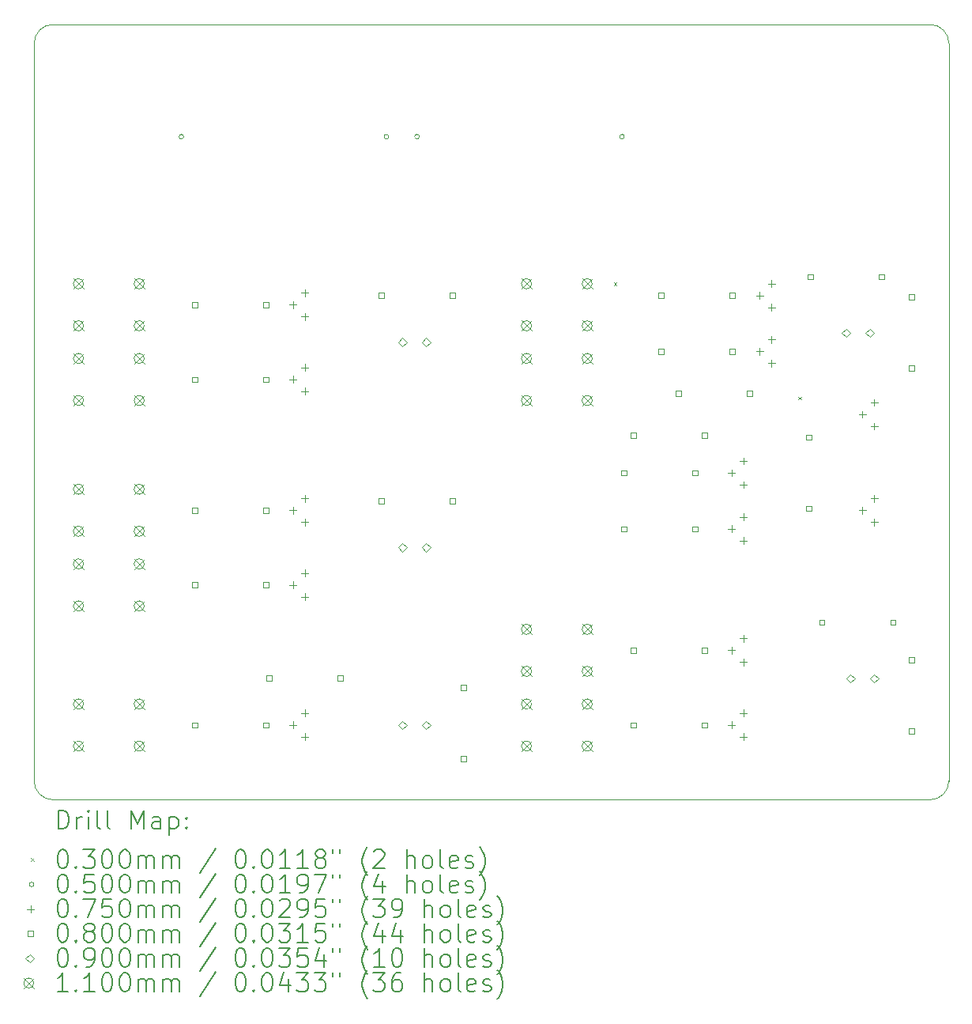
<source format=gbr>
%TF.GenerationSoftware,KiCad,Pcbnew,8.99.0-3415-g545c771fd6*%
%TF.CreationDate,2025-05-12T13:52:44+02:00*%
%TF.ProjectId,logic-solder,6c6f6769-632d-4736-9f6c-6465722e6b69,3*%
%TF.SameCoordinates,Original*%
%TF.FileFunction,Drillmap*%
%TF.FilePolarity,Positive*%
%FSLAX45Y45*%
G04 Gerber Fmt 4.5, Leading zero omitted, Abs format (unit mm)*
G04 Created by KiCad (PCBNEW 8.99.0-3415-g545c771fd6) date 2025-05-12 13:52:44*
%MOMM*%
%LPD*%
G01*
G04 APERTURE LIST*
%ADD10C,0.050000*%
%ADD11C,0.200000*%
%ADD12C,0.100000*%
%ADD13C,0.110000*%
G04 APERTURE END LIST*
D10*
X15300000Y-10800000D02*
X15300000Y-2900000D01*
X25100000Y-10800000D02*
G75*
G02*
X24900000Y-11000000I-200000J0D01*
G01*
X24900000Y-11000000D02*
X15500000Y-11000000D01*
X25100000Y-2900000D02*
X25100000Y-10800000D01*
X15500000Y-11000000D02*
G75*
G02*
X15300000Y-10800000I0J200000D01*
G01*
X15500000Y-2700000D02*
X24900000Y-2700000D01*
X15300000Y-2900000D02*
G75*
G02*
X15500000Y-2700000I200000J0D01*
G01*
X24900000Y-2700000D02*
G75*
G02*
X25100000Y-2900000I0J-200000D01*
G01*
D11*
D12*
X21510000Y-5460000D02*
X21540000Y-5490000D01*
X21540000Y-5460000D02*
X21510000Y-5490000D01*
X23485000Y-6685000D02*
X23515000Y-6715000D01*
X23515000Y-6685000D02*
X23485000Y-6715000D01*
X16901500Y-3900000D02*
G75*
G02*
X16851500Y-3900000I-25000J0D01*
G01*
X16851500Y-3900000D02*
G75*
G02*
X16901500Y-3900000I25000J0D01*
G01*
X19098500Y-3900000D02*
G75*
G02*
X19048500Y-3900000I-25000J0D01*
G01*
X19048500Y-3900000D02*
G75*
G02*
X19098500Y-3900000I25000J0D01*
G01*
X19426500Y-3900000D02*
G75*
G02*
X19376500Y-3900000I-25000J0D01*
G01*
X19376500Y-3900000D02*
G75*
G02*
X19426500Y-3900000I25000J0D01*
G01*
X21623500Y-3900000D02*
G75*
G02*
X21573500Y-3900000I-25000J0D01*
G01*
X21573500Y-3900000D02*
G75*
G02*
X21623500Y-3900000I25000J0D01*
G01*
X18073000Y-5662500D02*
X18073000Y-5737500D01*
X18035500Y-5700000D02*
X18110500Y-5700000D01*
X18073000Y-6462500D02*
X18073000Y-6537500D01*
X18035500Y-6500000D02*
X18110500Y-6500000D01*
X18073000Y-7862500D02*
X18073000Y-7937500D01*
X18035500Y-7900000D02*
X18110500Y-7900000D01*
X18073000Y-8662500D02*
X18073000Y-8737500D01*
X18035500Y-8700000D02*
X18110500Y-8700000D01*
X18073000Y-10162500D02*
X18073000Y-10237500D01*
X18035500Y-10200000D02*
X18110500Y-10200000D01*
X18200000Y-5535500D02*
X18200000Y-5610500D01*
X18162500Y-5573000D02*
X18237500Y-5573000D01*
X18200000Y-5789500D02*
X18200000Y-5864500D01*
X18162500Y-5827000D02*
X18237500Y-5827000D01*
X18200000Y-6335500D02*
X18200000Y-6410500D01*
X18162500Y-6373000D02*
X18237500Y-6373000D01*
X18200000Y-6589500D02*
X18200000Y-6664500D01*
X18162500Y-6627000D02*
X18237500Y-6627000D01*
X18200000Y-7735500D02*
X18200000Y-7810500D01*
X18162500Y-7773000D02*
X18237500Y-7773000D01*
X18200000Y-7989500D02*
X18200000Y-8064500D01*
X18162500Y-8027000D02*
X18237500Y-8027000D01*
X18200000Y-8535500D02*
X18200000Y-8610500D01*
X18162500Y-8573000D02*
X18237500Y-8573000D01*
X18200000Y-8789500D02*
X18200000Y-8864500D01*
X18162500Y-8827000D02*
X18237500Y-8827000D01*
X18200000Y-10035500D02*
X18200000Y-10110500D01*
X18162500Y-10073000D02*
X18237500Y-10073000D01*
X18200000Y-10289500D02*
X18200000Y-10364500D01*
X18162500Y-10327000D02*
X18237500Y-10327000D01*
X22773000Y-7462500D02*
X22773000Y-7537500D01*
X22735500Y-7500000D02*
X22810500Y-7500000D01*
X22773000Y-8062500D02*
X22773000Y-8137500D01*
X22735500Y-8100000D02*
X22810500Y-8100000D01*
X22773000Y-9362500D02*
X22773000Y-9437500D01*
X22735500Y-9400000D02*
X22810500Y-9400000D01*
X22773000Y-10162500D02*
X22773000Y-10237500D01*
X22735500Y-10200000D02*
X22810500Y-10200000D01*
X22900000Y-7335500D02*
X22900000Y-7410500D01*
X22862500Y-7373000D02*
X22937500Y-7373000D01*
X22900000Y-7589500D02*
X22900000Y-7664500D01*
X22862500Y-7627000D02*
X22937500Y-7627000D01*
X22900000Y-7935500D02*
X22900000Y-8010500D01*
X22862500Y-7973000D02*
X22937500Y-7973000D01*
X22900000Y-8189500D02*
X22900000Y-8264500D01*
X22862500Y-8227000D02*
X22937500Y-8227000D01*
X22900000Y-9235500D02*
X22900000Y-9310500D01*
X22862500Y-9273000D02*
X22937500Y-9273000D01*
X22900000Y-9489500D02*
X22900000Y-9564500D01*
X22862500Y-9527000D02*
X22937500Y-9527000D01*
X22900000Y-10035500D02*
X22900000Y-10110500D01*
X22862500Y-10073000D02*
X22937500Y-10073000D01*
X22900000Y-10289500D02*
X22900000Y-10364500D01*
X22862500Y-10327000D02*
X22937500Y-10327000D01*
X23073000Y-5562500D02*
X23073000Y-5637500D01*
X23035500Y-5600000D02*
X23110500Y-5600000D01*
X23073000Y-6162500D02*
X23073000Y-6237500D01*
X23035500Y-6200000D02*
X23110500Y-6200000D01*
X23200000Y-5435500D02*
X23200000Y-5510500D01*
X23162500Y-5473000D02*
X23237500Y-5473000D01*
X23200000Y-5689500D02*
X23200000Y-5764500D01*
X23162500Y-5727000D02*
X23237500Y-5727000D01*
X23200000Y-6035500D02*
X23200000Y-6110500D01*
X23162500Y-6073000D02*
X23237500Y-6073000D01*
X23200000Y-6289500D02*
X23200000Y-6364500D01*
X23162500Y-6327000D02*
X23237500Y-6327000D01*
X24173000Y-6835500D02*
X24173000Y-6910500D01*
X24135500Y-6873000D02*
X24210500Y-6873000D01*
X24173000Y-7862500D02*
X24173000Y-7937500D01*
X24135500Y-7900000D02*
X24210500Y-7900000D01*
X24300000Y-6708500D02*
X24300000Y-6783500D01*
X24262500Y-6746000D02*
X24337500Y-6746000D01*
X24300000Y-6962500D02*
X24300000Y-7037500D01*
X24262500Y-7000000D02*
X24337500Y-7000000D01*
X24300000Y-7735500D02*
X24300000Y-7810500D01*
X24262500Y-7773000D02*
X24337500Y-7773000D01*
X24300000Y-7989500D02*
X24300000Y-8064500D01*
X24262500Y-8027000D02*
X24337500Y-8027000D01*
X17047285Y-5728284D02*
X17047285Y-5671715D01*
X16990716Y-5671715D01*
X16990716Y-5728284D01*
X17047285Y-5728284D01*
X17047285Y-6528284D02*
X17047285Y-6471715D01*
X16990716Y-6471715D01*
X16990716Y-6528284D01*
X17047285Y-6528284D01*
X17047285Y-7928284D02*
X17047285Y-7871715D01*
X16990716Y-7871715D01*
X16990716Y-7928284D01*
X17047285Y-7928284D01*
X17047285Y-8728285D02*
X17047285Y-8671716D01*
X16990716Y-8671716D01*
X16990716Y-8728285D01*
X17047285Y-8728285D01*
X17047285Y-10228285D02*
X17047285Y-10171716D01*
X16990716Y-10171716D01*
X16990716Y-10228285D01*
X17047285Y-10228285D01*
X17809285Y-5728284D02*
X17809285Y-5671715D01*
X17752716Y-5671715D01*
X17752716Y-5728284D01*
X17809285Y-5728284D01*
X17809285Y-6528284D02*
X17809285Y-6471715D01*
X17752716Y-6471715D01*
X17752716Y-6528284D01*
X17809285Y-6528284D01*
X17809285Y-7928284D02*
X17809285Y-7871715D01*
X17752716Y-7871715D01*
X17752716Y-7928284D01*
X17809285Y-7928284D01*
X17809285Y-8728285D02*
X17809285Y-8671716D01*
X17752716Y-8671716D01*
X17752716Y-8728285D01*
X17809285Y-8728285D01*
X17809285Y-10228285D02*
X17809285Y-10171716D01*
X17752716Y-10171716D01*
X17752716Y-10228285D01*
X17809285Y-10228285D01*
X17847285Y-9728285D02*
X17847285Y-9671716D01*
X17790716Y-9671716D01*
X17790716Y-9728285D01*
X17847285Y-9728285D01*
X18609285Y-9728285D02*
X18609285Y-9671716D01*
X18552716Y-9671716D01*
X18552716Y-9728285D01*
X18609285Y-9728285D01*
X19047285Y-5628284D02*
X19047285Y-5571716D01*
X18990716Y-5571716D01*
X18990716Y-5628284D01*
X19047285Y-5628284D01*
X19047285Y-7828284D02*
X19047285Y-7771715D01*
X18990716Y-7771715D01*
X18990716Y-7828284D01*
X19047285Y-7828284D01*
X19809285Y-5628284D02*
X19809285Y-5571716D01*
X19752716Y-5571716D01*
X19752716Y-5628284D01*
X19809285Y-5628284D01*
X19809285Y-7828284D02*
X19809285Y-7771715D01*
X19752716Y-7771715D01*
X19752716Y-7828284D01*
X19809285Y-7828284D01*
X19928285Y-9828285D02*
X19928285Y-9771716D01*
X19871716Y-9771716D01*
X19871716Y-9828285D01*
X19928285Y-9828285D01*
X19928285Y-10590285D02*
X19928285Y-10533716D01*
X19871716Y-10533716D01*
X19871716Y-10590285D01*
X19928285Y-10590285D01*
X21647285Y-7528284D02*
X21647285Y-7471715D01*
X21590716Y-7471715D01*
X21590716Y-7528284D01*
X21647285Y-7528284D01*
X21647285Y-8128284D02*
X21647285Y-8071715D01*
X21590716Y-8071715D01*
X21590716Y-8128284D01*
X21647285Y-8128284D01*
X21747285Y-7128284D02*
X21747285Y-7071715D01*
X21690716Y-7071715D01*
X21690716Y-7128284D01*
X21747285Y-7128284D01*
X21747285Y-9428285D02*
X21747285Y-9371716D01*
X21690716Y-9371716D01*
X21690716Y-9428285D01*
X21747285Y-9428285D01*
X21747285Y-10228285D02*
X21747285Y-10171716D01*
X21690716Y-10171716D01*
X21690716Y-10228285D01*
X21747285Y-10228285D01*
X22047285Y-5628284D02*
X22047285Y-5571716D01*
X21990716Y-5571716D01*
X21990716Y-5628284D01*
X22047285Y-5628284D01*
X22047285Y-6228284D02*
X22047285Y-6171715D01*
X21990716Y-6171715D01*
X21990716Y-6228284D01*
X22047285Y-6228284D01*
X22228285Y-6678284D02*
X22228285Y-6621715D01*
X22171716Y-6621715D01*
X22171716Y-6678284D01*
X22228285Y-6678284D01*
X22409284Y-7528284D02*
X22409284Y-7471715D01*
X22352716Y-7471715D01*
X22352716Y-7528284D01*
X22409284Y-7528284D01*
X22409284Y-8128284D02*
X22409284Y-8071715D01*
X22352716Y-8071715D01*
X22352716Y-8128284D01*
X22409284Y-8128284D01*
X22509284Y-7128284D02*
X22509284Y-7071715D01*
X22452715Y-7071715D01*
X22452715Y-7128284D01*
X22509284Y-7128284D01*
X22509284Y-9428285D02*
X22509284Y-9371716D01*
X22452715Y-9371716D01*
X22452715Y-9428285D01*
X22509284Y-9428285D01*
X22509284Y-10228285D02*
X22509284Y-10171716D01*
X22452715Y-10171716D01*
X22452715Y-10228285D01*
X22509284Y-10228285D01*
X22809284Y-5628284D02*
X22809284Y-5571716D01*
X22752715Y-5571716D01*
X22752715Y-5628284D01*
X22809284Y-5628284D01*
X22809284Y-6228284D02*
X22809284Y-6171715D01*
X22752715Y-6171715D01*
X22752715Y-6228284D01*
X22809284Y-6228284D01*
X22990284Y-6678284D02*
X22990284Y-6621715D01*
X22933715Y-6621715D01*
X22933715Y-6678284D01*
X22990284Y-6678284D01*
X23628284Y-7147284D02*
X23628284Y-7090715D01*
X23571715Y-7090715D01*
X23571715Y-7147284D01*
X23628284Y-7147284D01*
X23628284Y-7909284D02*
X23628284Y-7852715D01*
X23571715Y-7852715D01*
X23571715Y-7909284D01*
X23628284Y-7909284D01*
X23647284Y-5428285D02*
X23647284Y-5371716D01*
X23590715Y-5371716D01*
X23590715Y-5428285D01*
X23647284Y-5428285D01*
X23766284Y-9128285D02*
X23766284Y-9071716D01*
X23709715Y-9071716D01*
X23709715Y-9128285D01*
X23766284Y-9128285D01*
X24409284Y-5428285D02*
X24409284Y-5371716D01*
X24352715Y-5371716D01*
X24352715Y-5428285D01*
X24409284Y-5428285D01*
X24528284Y-9128285D02*
X24528284Y-9071716D01*
X24471715Y-9071716D01*
X24471715Y-9128285D01*
X24528284Y-9128285D01*
X24728284Y-5647284D02*
X24728284Y-5590716D01*
X24671715Y-5590716D01*
X24671715Y-5647284D01*
X24728284Y-5647284D01*
X24728284Y-6409284D02*
X24728284Y-6352715D01*
X24671715Y-6352715D01*
X24671715Y-6409284D01*
X24728284Y-6409284D01*
X24728284Y-9528285D02*
X24728284Y-9471716D01*
X24671715Y-9471716D01*
X24671715Y-9528285D01*
X24728284Y-9528285D01*
X24728284Y-10290285D02*
X24728284Y-10233716D01*
X24671715Y-10233716D01*
X24671715Y-10290285D01*
X24728284Y-10290285D01*
X19246000Y-6145000D02*
X19291000Y-6100000D01*
X19246000Y-6055000D01*
X19201000Y-6100000D01*
X19246000Y-6145000D01*
X19246000Y-8345000D02*
X19291000Y-8300000D01*
X19246000Y-8255000D01*
X19201000Y-8300000D01*
X19246000Y-8345000D01*
X19246000Y-10245000D02*
X19291000Y-10200000D01*
X19246000Y-10155000D01*
X19201000Y-10200000D01*
X19246000Y-10245000D01*
X19500000Y-6145000D02*
X19545000Y-6100000D01*
X19500000Y-6055000D01*
X19455000Y-6100000D01*
X19500000Y-6145000D01*
X19500000Y-8345000D02*
X19545000Y-8300000D01*
X19500000Y-8255000D01*
X19455000Y-8300000D01*
X19500000Y-8345000D01*
X19500000Y-10245000D02*
X19545000Y-10200000D01*
X19500000Y-10155000D01*
X19455000Y-10200000D01*
X19500000Y-10245000D01*
X24000000Y-6045000D02*
X24045000Y-6000000D01*
X24000000Y-5955000D01*
X23955000Y-6000000D01*
X24000000Y-6045000D01*
X24046000Y-9745000D02*
X24091000Y-9700000D01*
X24046000Y-9655000D01*
X24001000Y-9700000D01*
X24046000Y-9745000D01*
X24254000Y-6045000D02*
X24299000Y-6000000D01*
X24254000Y-5955000D01*
X24209000Y-6000000D01*
X24254000Y-6045000D01*
X24300000Y-9745000D02*
X24345000Y-9700000D01*
X24300000Y-9655000D01*
X24255000Y-9700000D01*
X24300000Y-9745000D01*
D13*
X15720000Y-5420000D02*
X15830000Y-5530000D01*
X15830000Y-5420000D02*
X15720000Y-5530000D01*
X15830000Y-5475000D02*
G75*
G02*
X15720000Y-5475000I-55000J0D01*
G01*
X15720000Y-5475000D02*
G75*
G02*
X15830000Y-5475000I55000J0D01*
G01*
X15720000Y-5870000D02*
X15830000Y-5980000D01*
X15830000Y-5870000D02*
X15720000Y-5980000D01*
X15830000Y-5925000D02*
G75*
G02*
X15720000Y-5925000I-55000J0D01*
G01*
X15720000Y-5925000D02*
G75*
G02*
X15830000Y-5925000I55000J0D01*
G01*
X15720000Y-6220000D02*
X15830000Y-6330000D01*
X15830000Y-6220000D02*
X15720000Y-6330000D01*
X15830000Y-6275000D02*
G75*
G02*
X15720000Y-6275000I-55000J0D01*
G01*
X15720000Y-6275000D02*
G75*
G02*
X15830000Y-6275000I55000J0D01*
G01*
X15720000Y-6670000D02*
X15830000Y-6780000D01*
X15830000Y-6670000D02*
X15720000Y-6780000D01*
X15830000Y-6725000D02*
G75*
G02*
X15720000Y-6725000I-55000J0D01*
G01*
X15720000Y-6725000D02*
G75*
G02*
X15830000Y-6725000I55000J0D01*
G01*
X15720000Y-7620000D02*
X15830000Y-7730000D01*
X15830000Y-7620000D02*
X15720000Y-7730000D01*
X15830000Y-7675000D02*
G75*
G02*
X15720000Y-7675000I-55000J0D01*
G01*
X15720000Y-7675000D02*
G75*
G02*
X15830000Y-7675000I55000J0D01*
G01*
X15720000Y-8070000D02*
X15830000Y-8180000D01*
X15830000Y-8070000D02*
X15720000Y-8180000D01*
X15830000Y-8125000D02*
G75*
G02*
X15720000Y-8125000I-55000J0D01*
G01*
X15720000Y-8125000D02*
G75*
G02*
X15830000Y-8125000I55000J0D01*
G01*
X15720000Y-8420000D02*
X15830000Y-8530000D01*
X15830000Y-8420000D02*
X15720000Y-8530000D01*
X15830000Y-8475000D02*
G75*
G02*
X15720000Y-8475000I-55000J0D01*
G01*
X15720000Y-8475000D02*
G75*
G02*
X15830000Y-8475000I55000J0D01*
G01*
X15720000Y-8870000D02*
X15830000Y-8980000D01*
X15830000Y-8870000D02*
X15720000Y-8980000D01*
X15830000Y-8925000D02*
G75*
G02*
X15720000Y-8925000I-55000J0D01*
G01*
X15720000Y-8925000D02*
G75*
G02*
X15830000Y-8925000I55000J0D01*
G01*
X15720000Y-9920000D02*
X15830000Y-10030000D01*
X15830000Y-9920000D02*
X15720000Y-10030000D01*
X15830000Y-9975000D02*
G75*
G02*
X15720000Y-9975000I-55000J0D01*
G01*
X15720000Y-9975000D02*
G75*
G02*
X15830000Y-9975000I55000J0D01*
G01*
X15720000Y-10370000D02*
X15830000Y-10480000D01*
X15830000Y-10370000D02*
X15720000Y-10480000D01*
X15830000Y-10425000D02*
G75*
G02*
X15720000Y-10425000I-55000J0D01*
G01*
X15720000Y-10425000D02*
G75*
G02*
X15830000Y-10425000I55000J0D01*
G01*
X16370000Y-5420000D02*
X16480000Y-5530000D01*
X16480000Y-5420000D02*
X16370000Y-5530000D01*
X16480000Y-5475000D02*
G75*
G02*
X16370000Y-5475000I-55000J0D01*
G01*
X16370000Y-5475000D02*
G75*
G02*
X16480000Y-5475000I55000J0D01*
G01*
X16370000Y-5870000D02*
X16480000Y-5980000D01*
X16480000Y-5870000D02*
X16370000Y-5980000D01*
X16480000Y-5925000D02*
G75*
G02*
X16370000Y-5925000I-55000J0D01*
G01*
X16370000Y-5925000D02*
G75*
G02*
X16480000Y-5925000I55000J0D01*
G01*
X16370000Y-6220000D02*
X16480000Y-6330000D01*
X16480000Y-6220000D02*
X16370000Y-6330000D01*
X16480000Y-6275000D02*
G75*
G02*
X16370000Y-6275000I-55000J0D01*
G01*
X16370000Y-6275000D02*
G75*
G02*
X16480000Y-6275000I55000J0D01*
G01*
X16370000Y-6670000D02*
X16480000Y-6780000D01*
X16480000Y-6670000D02*
X16370000Y-6780000D01*
X16480000Y-6725000D02*
G75*
G02*
X16370000Y-6725000I-55000J0D01*
G01*
X16370000Y-6725000D02*
G75*
G02*
X16480000Y-6725000I55000J0D01*
G01*
X16370000Y-7620000D02*
X16480000Y-7730000D01*
X16480000Y-7620000D02*
X16370000Y-7730000D01*
X16480000Y-7675000D02*
G75*
G02*
X16370000Y-7675000I-55000J0D01*
G01*
X16370000Y-7675000D02*
G75*
G02*
X16480000Y-7675000I55000J0D01*
G01*
X16370000Y-8070000D02*
X16480000Y-8180000D01*
X16480000Y-8070000D02*
X16370000Y-8180000D01*
X16480000Y-8125000D02*
G75*
G02*
X16370000Y-8125000I-55000J0D01*
G01*
X16370000Y-8125000D02*
G75*
G02*
X16480000Y-8125000I55000J0D01*
G01*
X16370000Y-8420000D02*
X16480000Y-8530000D01*
X16480000Y-8420000D02*
X16370000Y-8530000D01*
X16480000Y-8475000D02*
G75*
G02*
X16370000Y-8475000I-55000J0D01*
G01*
X16370000Y-8475000D02*
G75*
G02*
X16480000Y-8475000I55000J0D01*
G01*
X16370000Y-8870000D02*
X16480000Y-8980000D01*
X16480000Y-8870000D02*
X16370000Y-8980000D01*
X16480000Y-8925000D02*
G75*
G02*
X16370000Y-8925000I-55000J0D01*
G01*
X16370000Y-8925000D02*
G75*
G02*
X16480000Y-8925000I55000J0D01*
G01*
X16370000Y-9920000D02*
X16480000Y-10030000D01*
X16480000Y-9920000D02*
X16370000Y-10030000D01*
X16480000Y-9975000D02*
G75*
G02*
X16370000Y-9975000I-55000J0D01*
G01*
X16370000Y-9975000D02*
G75*
G02*
X16480000Y-9975000I55000J0D01*
G01*
X16370000Y-10370000D02*
X16480000Y-10480000D01*
X16480000Y-10370000D02*
X16370000Y-10480000D01*
X16480000Y-10425000D02*
G75*
G02*
X16370000Y-10425000I-55000J0D01*
G01*
X16370000Y-10425000D02*
G75*
G02*
X16480000Y-10425000I55000J0D01*
G01*
X20520000Y-5420000D02*
X20630000Y-5530000D01*
X20630000Y-5420000D02*
X20520000Y-5530000D01*
X20630000Y-5475000D02*
G75*
G02*
X20520000Y-5475000I-55000J0D01*
G01*
X20520000Y-5475000D02*
G75*
G02*
X20630000Y-5475000I55000J0D01*
G01*
X20520000Y-5870000D02*
X20630000Y-5980000D01*
X20630000Y-5870000D02*
X20520000Y-5980000D01*
X20630000Y-5925000D02*
G75*
G02*
X20520000Y-5925000I-55000J0D01*
G01*
X20520000Y-5925000D02*
G75*
G02*
X20630000Y-5925000I55000J0D01*
G01*
X20520000Y-6220000D02*
X20630000Y-6330000D01*
X20630000Y-6220000D02*
X20520000Y-6330000D01*
X20630000Y-6275000D02*
G75*
G02*
X20520000Y-6275000I-55000J0D01*
G01*
X20520000Y-6275000D02*
G75*
G02*
X20630000Y-6275000I55000J0D01*
G01*
X20520000Y-6670000D02*
X20630000Y-6780000D01*
X20630000Y-6670000D02*
X20520000Y-6780000D01*
X20630000Y-6725000D02*
G75*
G02*
X20520000Y-6725000I-55000J0D01*
G01*
X20520000Y-6725000D02*
G75*
G02*
X20630000Y-6725000I55000J0D01*
G01*
X20520000Y-9120000D02*
X20630000Y-9230000D01*
X20630000Y-9120000D02*
X20520000Y-9230000D01*
X20630000Y-9175000D02*
G75*
G02*
X20520000Y-9175000I-55000J0D01*
G01*
X20520000Y-9175000D02*
G75*
G02*
X20630000Y-9175000I55000J0D01*
G01*
X20520000Y-9570000D02*
X20630000Y-9680000D01*
X20630000Y-9570000D02*
X20520000Y-9680000D01*
X20630000Y-9625000D02*
G75*
G02*
X20520000Y-9625000I-55000J0D01*
G01*
X20520000Y-9625000D02*
G75*
G02*
X20630000Y-9625000I55000J0D01*
G01*
X20520000Y-9920000D02*
X20630000Y-10030000D01*
X20630000Y-9920000D02*
X20520000Y-10030000D01*
X20630000Y-9975000D02*
G75*
G02*
X20520000Y-9975000I-55000J0D01*
G01*
X20520000Y-9975000D02*
G75*
G02*
X20630000Y-9975000I55000J0D01*
G01*
X20520000Y-10370000D02*
X20630000Y-10480000D01*
X20630000Y-10370000D02*
X20520000Y-10480000D01*
X20630000Y-10425000D02*
G75*
G02*
X20520000Y-10425000I-55000J0D01*
G01*
X20520000Y-10425000D02*
G75*
G02*
X20630000Y-10425000I55000J0D01*
G01*
X21170000Y-5420000D02*
X21280000Y-5530000D01*
X21280000Y-5420000D02*
X21170000Y-5530000D01*
X21280000Y-5475000D02*
G75*
G02*
X21170000Y-5475000I-55000J0D01*
G01*
X21170000Y-5475000D02*
G75*
G02*
X21280000Y-5475000I55000J0D01*
G01*
X21170000Y-5870000D02*
X21280000Y-5980000D01*
X21280000Y-5870000D02*
X21170000Y-5980000D01*
X21280000Y-5925000D02*
G75*
G02*
X21170000Y-5925000I-55000J0D01*
G01*
X21170000Y-5925000D02*
G75*
G02*
X21280000Y-5925000I55000J0D01*
G01*
X21170000Y-6220000D02*
X21280000Y-6330000D01*
X21280000Y-6220000D02*
X21170000Y-6330000D01*
X21280000Y-6275000D02*
G75*
G02*
X21170000Y-6275000I-55000J0D01*
G01*
X21170000Y-6275000D02*
G75*
G02*
X21280000Y-6275000I55000J0D01*
G01*
X21170000Y-6670000D02*
X21280000Y-6780000D01*
X21280000Y-6670000D02*
X21170000Y-6780000D01*
X21280000Y-6725000D02*
G75*
G02*
X21170000Y-6725000I-55000J0D01*
G01*
X21170000Y-6725000D02*
G75*
G02*
X21280000Y-6725000I55000J0D01*
G01*
X21170000Y-9120000D02*
X21280000Y-9230000D01*
X21280000Y-9120000D02*
X21170000Y-9230000D01*
X21280000Y-9175000D02*
G75*
G02*
X21170000Y-9175000I-55000J0D01*
G01*
X21170000Y-9175000D02*
G75*
G02*
X21280000Y-9175000I55000J0D01*
G01*
X21170000Y-9570000D02*
X21280000Y-9680000D01*
X21280000Y-9570000D02*
X21170000Y-9680000D01*
X21280000Y-9625000D02*
G75*
G02*
X21170000Y-9625000I-55000J0D01*
G01*
X21170000Y-9625000D02*
G75*
G02*
X21280000Y-9625000I55000J0D01*
G01*
X21170000Y-9920000D02*
X21280000Y-10030000D01*
X21280000Y-9920000D02*
X21170000Y-10030000D01*
X21280000Y-9975000D02*
G75*
G02*
X21170000Y-9975000I-55000J0D01*
G01*
X21170000Y-9975000D02*
G75*
G02*
X21280000Y-9975000I55000J0D01*
G01*
X21170000Y-10370000D02*
X21280000Y-10480000D01*
X21280000Y-10370000D02*
X21170000Y-10480000D01*
X21280000Y-10425000D02*
G75*
G02*
X21170000Y-10425000I-55000J0D01*
G01*
X21170000Y-10425000D02*
G75*
G02*
X21280000Y-10425000I55000J0D01*
G01*
D11*
X15558277Y-11313984D02*
X15558277Y-11113984D01*
X15558277Y-11113984D02*
X15605896Y-11113984D01*
X15605896Y-11113984D02*
X15634467Y-11123508D01*
X15634467Y-11123508D02*
X15653515Y-11142555D01*
X15653515Y-11142555D02*
X15663039Y-11161603D01*
X15663039Y-11161603D02*
X15672562Y-11199698D01*
X15672562Y-11199698D02*
X15672562Y-11228269D01*
X15672562Y-11228269D02*
X15663039Y-11266365D01*
X15663039Y-11266365D02*
X15653515Y-11285412D01*
X15653515Y-11285412D02*
X15634467Y-11304460D01*
X15634467Y-11304460D02*
X15605896Y-11313984D01*
X15605896Y-11313984D02*
X15558277Y-11313984D01*
X15758277Y-11313984D02*
X15758277Y-11180650D01*
X15758277Y-11218746D02*
X15767801Y-11199698D01*
X15767801Y-11199698D02*
X15777324Y-11190174D01*
X15777324Y-11190174D02*
X15796372Y-11180650D01*
X15796372Y-11180650D02*
X15815420Y-11180650D01*
X15882086Y-11313984D02*
X15882086Y-11180650D01*
X15882086Y-11113984D02*
X15872562Y-11123508D01*
X15872562Y-11123508D02*
X15882086Y-11133031D01*
X15882086Y-11133031D02*
X15891610Y-11123508D01*
X15891610Y-11123508D02*
X15882086Y-11113984D01*
X15882086Y-11113984D02*
X15882086Y-11133031D01*
X16005896Y-11313984D02*
X15986848Y-11304460D01*
X15986848Y-11304460D02*
X15977324Y-11285412D01*
X15977324Y-11285412D02*
X15977324Y-11113984D01*
X16110658Y-11313984D02*
X16091610Y-11304460D01*
X16091610Y-11304460D02*
X16082086Y-11285412D01*
X16082086Y-11285412D02*
X16082086Y-11113984D01*
X16339229Y-11313984D02*
X16339229Y-11113984D01*
X16339229Y-11113984D02*
X16405896Y-11256841D01*
X16405896Y-11256841D02*
X16472562Y-11113984D01*
X16472562Y-11113984D02*
X16472562Y-11313984D01*
X16653515Y-11313984D02*
X16653515Y-11209222D01*
X16653515Y-11209222D02*
X16643991Y-11190174D01*
X16643991Y-11190174D02*
X16624943Y-11180650D01*
X16624943Y-11180650D02*
X16586848Y-11180650D01*
X16586848Y-11180650D02*
X16567801Y-11190174D01*
X16653515Y-11304460D02*
X16634467Y-11313984D01*
X16634467Y-11313984D02*
X16586848Y-11313984D01*
X16586848Y-11313984D02*
X16567801Y-11304460D01*
X16567801Y-11304460D02*
X16558277Y-11285412D01*
X16558277Y-11285412D02*
X16558277Y-11266365D01*
X16558277Y-11266365D02*
X16567801Y-11247317D01*
X16567801Y-11247317D02*
X16586848Y-11237793D01*
X16586848Y-11237793D02*
X16634467Y-11237793D01*
X16634467Y-11237793D02*
X16653515Y-11228269D01*
X16748753Y-11180650D02*
X16748753Y-11380650D01*
X16748753Y-11190174D02*
X16767801Y-11180650D01*
X16767801Y-11180650D02*
X16805896Y-11180650D01*
X16805896Y-11180650D02*
X16824944Y-11190174D01*
X16824944Y-11190174D02*
X16834467Y-11199698D01*
X16834467Y-11199698D02*
X16843991Y-11218746D01*
X16843991Y-11218746D02*
X16843991Y-11275888D01*
X16843991Y-11275888D02*
X16834467Y-11294936D01*
X16834467Y-11294936D02*
X16824944Y-11304460D01*
X16824944Y-11304460D02*
X16805896Y-11313984D01*
X16805896Y-11313984D02*
X16767801Y-11313984D01*
X16767801Y-11313984D02*
X16748753Y-11304460D01*
X16929705Y-11294936D02*
X16939229Y-11304460D01*
X16939229Y-11304460D02*
X16929705Y-11313984D01*
X16929705Y-11313984D02*
X16920182Y-11304460D01*
X16920182Y-11304460D02*
X16929705Y-11294936D01*
X16929705Y-11294936D02*
X16929705Y-11313984D01*
X16929705Y-11190174D02*
X16939229Y-11199698D01*
X16939229Y-11199698D02*
X16929705Y-11209222D01*
X16929705Y-11209222D02*
X16920182Y-11199698D01*
X16920182Y-11199698D02*
X16929705Y-11190174D01*
X16929705Y-11190174D02*
X16929705Y-11209222D01*
D12*
X15267500Y-11627500D02*
X15297500Y-11657500D01*
X15297500Y-11627500D02*
X15267500Y-11657500D01*
D11*
X15596372Y-11533984D02*
X15615420Y-11533984D01*
X15615420Y-11533984D02*
X15634467Y-11543508D01*
X15634467Y-11543508D02*
X15643991Y-11553031D01*
X15643991Y-11553031D02*
X15653515Y-11572079D01*
X15653515Y-11572079D02*
X15663039Y-11610174D01*
X15663039Y-11610174D02*
X15663039Y-11657793D01*
X15663039Y-11657793D02*
X15653515Y-11695888D01*
X15653515Y-11695888D02*
X15643991Y-11714936D01*
X15643991Y-11714936D02*
X15634467Y-11724460D01*
X15634467Y-11724460D02*
X15615420Y-11733984D01*
X15615420Y-11733984D02*
X15596372Y-11733984D01*
X15596372Y-11733984D02*
X15577324Y-11724460D01*
X15577324Y-11724460D02*
X15567801Y-11714936D01*
X15567801Y-11714936D02*
X15558277Y-11695888D01*
X15558277Y-11695888D02*
X15548753Y-11657793D01*
X15548753Y-11657793D02*
X15548753Y-11610174D01*
X15548753Y-11610174D02*
X15558277Y-11572079D01*
X15558277Y-11572079D02*
X15567801Y-11553031D01*
X15567801Y-11553031D02*
X15577324Y-11543508D01*
X15577324Y-11543508D02*
X15596372Y-11533984D01*
X15748753Y-11714936D02*
X15758277Y-11724460D01*
X15758277Y-11724460D02*
X15748753Y-11733984D01*
X15748753Y-11733984D02*
X15739229Y-11724460D01*
X15739229Y-11724460D02*
X15748753Y-11714936D01*
X15748753Y-11714936D02*
X15748753Y-11733984D01*
X15824943Y-11533984D02*
X15948753Y-11533984D01*
X15948753Y-11533984D02*
X15882086Y-11610174D01*
X15882086Y-11610174D02*
X15910658Y-11610174D01*
X15910658Y-11610174D02*
X15929705Y-11619698D01*
X15929705Y-11619698D02*
X15939229Y-11629222D01*
X15939229Y-11629222D02*
X15948753Y-11648269D01*
X15948753Y-11648269D02*
X15948753Y-11695888D01*
X15948753Y-11695888D02*
X15939229Y-11714936D01*
X15939229Y-11714936D02*
X15929705Y-11724460D01*
X15929705Y-11724460D02*
X15910658Y-11733984D01*
X15910658Y-11733984D02*
X15853515Y-11733984D01*
X15853515Y-11733984D02*
X15834467Y-11724460D01*
X15834467Y-11724460D02*
X15824943Y-11714936D01*
X16072562Y-11533984D02*
X16091610Y-11533984D01*
X16091610Y-11533984D02*
X16110658Y-11543508D01*
X16110658Y-11543508D02*
X16120182Y-11553031D01*
X16120182Y-11553031D02*
X16129705Y-11572079D01*
X16129705Y-11572079D02*
X16139229Y-11610174D01*
X16139229Y-11610174D02*
X16139229Y-11657793D01*
X16139229Y-11657793D02*
X16129705Y-11695888D01*
X16129705Y-11695888D02*
X16120182Y-11714936D01*
X16120182Y-11714936D02*
X16110658Y-11724460D01*
X16110658Y-11724460D02*
X16091610Y-11733984D01*
X16091610Y-11733984D02*
X16072562Y-11733984D01*
X16072562Y-11733984D02*
X16053515Y-11724460D01*
X16053515Y-11724460D02*
X16043991Y-11714936D01*
X16043991Y-11714936D02*
X16034467Y-11695888D01*
X16034467Y-11695888D02*
X16024943Y-11657793D01*
X16024943Y-11657793D02*
X16024943Y-11610174D01*
X16024943Y-11610174D02*
X16034467Y-11572079D01*
X16034467Y-11572079D02*
X16043991Y-11553031D01*
X16043991Y-11553031D02*
X16053515Y-11543508D01*
X16053515Y-11543508D02*
X16072562Y-11533984D01*
X16263039Y-11533984D02*
X16282086Y-11533984D01*
X16282086Y-11533984D02*
X16301134Y-11543508D01*
X16301134Y-11543508D02*
X16310658Y-11553031D01*
X16310658Y-11553031D02*
X16320182Y-11572079D01*
X16320182Y-11572079D02*
X16329705Y-11610174D01*
X16329705Y-11610174D02*
X16329705Y-11657793D01*
X16329705Y-11657793D02*
X16320182Y-11695888D01*
X16320182Y-11695888D02*
X16310658Y-11714936D01*
X16310658Y-11714936D02*
X16301134Y-11724460D01*
X16301134Y-11724460D02*
X16282086Y-11733984D01*
X16282086Y-11733984D02*
X16263039Y-11733984D01*
X16263039Y-11733984D02*
X16243991Y-11724460D01*
X16243991Y-11724460D02*
X16234467Y-11714936D01*
X16234467Y-11714936D02*
X16224943Y-11695888D01*
X16224943Y-11695888D02*
X16215420Y-11657793D01*
X16215420Y-11657793D02*
X16215420Y-11610174D01*
X16215420Y-11610174D02*
X16224943Y-11572079D01*
X16224943Y-11572079D02*
X16234467Y-11553031D01*
X16234467Y-11553031D02*
X16243991Y-11543508D01*
X16243991Y-11543508D02*
X16263039Y-11533984D01*
X16415420Y-11733984D02*
X16415420Y-11600650D01*
X16415420Y-11619698D02*
X16424943Y-11610174D01*
X16424943Y-11610174D02*
X16443991Y-11600650D01*
X16443991Y-11600650D02*
X16472563Y-11600650D01*
X16472563Y-11600650D02*
X16491610Y-11610174D01*
X16491610Y-11610174D02*
X16501134Y-11629222D01*
X16501134Y-11629222D02*
X16501134Y-11733984D01*
X16501134Y-11629222D02*
X16510658Y-11610174D01*
X16510658Y-11610174D02*
X16529705Y-11600650D01*
X16529705Y-11600650D02*
X16558277Y-11600650D01*
X16558277Y-11600650D02*
X16577324Y-11610174D01*
X16577324Y-11610174D02*
X16586848Y-11629222D01*
X16586848Y-11629222D02*
X16586848Y-11733984D01*
X16682086Y-11733984D02*
X16682086Y-11600650D01*
X16682086Y-11619698D02*
X16691610Y-11610174D01*
X16691610Y-11610174D02*
X16710658Y-11600650D01*
X16710658Y-11600650D02*
X16739229Y-11600650D01*
X16739229Y-11600650D02*
X16758277Y-11610174D01*
X16758277Y-11610174D02*
X16767801Y-11629222D01*
X16767801Y-11629222D02*
X16767801Y-11733984D01*
X16767801Y-11629222D02*
X16777325Y-11610174D01*
X16777325Y-11610174D02*
X16796372Y-11600650D01*
X16796372Y-11600650D02*
X16824944Y-11600650D01*
X16824944Y-11600650D02*
X16843991Y-11610174D01*
X16843991Y-11610174D02*
X16853515Y-11629222D01*
X16853515Y-11629222D02*
X16853515Y-11733984D01*
X17243991Y-11524460D02*
X17072563Y-11781603D01*
X17501134Y-11533984D02*
X17520182Y-11533984D01*
X17520182Y-11533984D02*
X17539229Y-11543508D01*
X17539229Y-11543508D02*
X17548753Y-11553031D01*
X17548753Y-11553031D02*
X17558277Y-11572079D01*
X17558277Y-11572079D02*
X17567801Y-11610174D01*
X17567801Y-11610174D02*
X17567801Y-11657793D01*
X17567801Y-11657793D02*
X17558277Y-11695888D01*
X17558277Y-11695888D02*
X17548753Y-11714936D01*
X17548753Y-11714936D02*
X17539229Y-11724460D01*
X17539229Y-11724460D02*
X17520182Y-11733984D01*
X17520182Y-11733984D02*
X17501134Y-11733984D01*
X17501134Y-11733984D02*
X17482087Y-11724460D01*
X17482087Y-11724460D02*
X17472563Y-11714936D01*
X17472563Y-11714936D02*
X17463039Y-11695888D01*
X17463039Y-11695888D02*
X17453515Y-11657793D01*
X17453515Y-11657793D02*
X17453515Y-11610174D01*
X17453515Y-11610174D02*
X17463039Y-11572079D01*
X17463039Y-11572079D02*
X17472563Y-11553031D01*
X17472563Y-11553031D02*
X17482087Y-11543508D01*
X17482087Y-11543508D02*
X17501134Y-11533984D01*
X17653515Y-11714936D02*
X17663039Y-11724460D01*
X17663039Y-11724460D02*
X17653515Y-11733984D01*
X17653515Y-11733984D02*
X17643991Y-11724460D01*
X17643991Y-11724460D02*
X17653515Y-11714936D01*
X17653515Y-11714936D02*
X17653515Y-11733984D01*
X17786848Y-11533984D02*
X17805896Y-11533984D01*
X17805896Y-11533984D02*
X17824944Y-11543508D01*
X17824944Y-11543508D02*
X17834468Y-11553031D01*
X17834468Y-11553031D02*
X17843991Y-11572079D01*
X17843991Y-11572079D02*
X17853515Y-11610174D01*
X17853515Y-11610174D02*
X17853515Y-11657793D01*
X17853515Y-11657793D02*
X17843991Y-11695888D01*
X17843991Y-11695888D02*
X17834468Y-11714936D01*
X17834468Y-11714936D02*
X17824944Y-11724460D01*
X17824944Y-11724460D02*
X17805896Y-11733984D01*
X17805896Y-11733984D02*
X17786848Y-11733984D01*
X17786848Y-11733984D02*
X17767801Y-11724460D01*
X17767801Y-11724460D02*
X17758277Y-11714936D01*
X17758277Y-11714936D02*
X17748753Y-11695888D01*
X17748753Y-11695888D02*
X17739229Y-11657793D01*
X17739229Y-11657793D02*
X17739229Y-11610174D01*
X17739229Y-11610174D02*
X17748753Y-11572079D01*
X17748753Y-11572079D02*
X17758277Y-11553031D01*
X17758277Y-11553031D02*
X17767801Y-11543508D01*
X17767801Y-11543508D02*
X17786848Y-11533984D01*
X18043991Y-11733984D02*
X17929706Y-11733984D01*
X17986848Y-11733984D02*
X17986848Y-11533984D01*
X17986848Y-11533984D02*
X17967801Y-11562555D01*
X17967801Y-11562555D02*
X17948753Y-11581603D01*
X17948753Y-11581603D02*
X17929706Y-11591127D01*
X18234468Y-11733984D02*
X18120182Y-11733984D01*
X18177325Y-11733984D02*
X18177325Y-11533984D01*
X18177325Y-11533984D02*
X18158277Y-11562555D01*
X18158277Y-11562555D02*
X18139229Y-11581603D01*
X18139229Y-11581603D02*
X18120182Y-11591127D01*
X18348753Y-11619698D02*
X18329706Y-11610174D01*
X18329706Y-11610174D02*
X18320182Y-11600650D01*
X18320182Y-11600650D02*
X18310658Y-11581603D01*
X18310658Y-11581603D02*
X18310658Y-11572079D01*
X18310658Y-11572079D02*
X18320182Y-11553031D01*
X18320182Y-11553031D02*
X18329706Y-11543508D01*
X18329706Y-11543508D02*
X18348753Y-11533984D01*
X18348753Y-11533984D02*
X18386849Y-11533984D01*
X18386849Y-11533984D02*
X18405896Y-11543508D01*
X18405896Y-11543508D02*
X18415420Y-11553031D01*
X18415420Y-11553031D02*
X18424944Y-11572079D01*
X18424944Y-11572079D02*
X18424944Y-11581603D01*
X18424944Y-11581603D02*
X18415420Y-11600650D01*
X18415420Y-11600650D02*
X18405896Y-11610174D01*
X18405896Y-11610174D02*
X18386849Y-11619698D01*
X18386849Y-11619698D02*
X18348753Y-11619698D01*
X18348753Y-11619698D02*
X18329706Y-11629222D01*
X18329706Y-11629222D02*
X18320182Y-11638746D01*
X18320182Y-11638746D02*
X18310658Y-11657793D01*
X18310658Y-11657793D02*
X18310658Y-11695888D01*
X18310658Y-11695888D02*
X18320182Y-11714936D01*
X18320182Y-11714936D02*
X18329706Y-11724460D01*
X18329706Y-11724460D02*
X18348753Y-11733984D01*
X18348753Y-11733984D02*
X18386849Y-11733984D01*
X18386849Y-11733984D02*
X18405896Y-11724460D01*
X18405896Y-11724460D02*
X18415420Y-11714936D01*
X18415420Y-11714936D02*
X18424944Y-11695888D01*
X18424944Y-11695888D02*
X18424944Y-11657793D01*
X18424944Y-11657793D02*
X18415420Y-11638746D01*
X18415420Y-11638746D02*
X18405896Y-11629222D01*
X18405896Y-11629222D02*
X18386849Y-11619698D01*
X18501134Y-11533984D02*
X18501134Y-11572079D01*
X18577325Y-11533984D02*
X18577325Y-11572079D01*
X18872563Y-11810174D02*
X18863039Y-11800650D01*
X18863039Y-11800650D02*
X18843991Y-11772079D01*
X18843991Y-11772079D02*
X18834468Y-11753031D01*
X18834468Y-11753031D02*
X18824944Y-11724460D01*
X18824944Y-11724460D02*
X18815420Y-11676841D01*
X18815420Y-11676841D02*
X18815420Y-11638746D01*
X18815420Y-11638746D02*
X18824944Y-11591127D01*
X18824944Y-11591127D02*
X18834468Y-11562555D01*
X18834468Y-11562555D02*
X18843991Y-11543508D01*
X18843991Y-11543508D02*
X18863039Y-11514936D01*
X18863039Y-11514936D02*
X18872563Y-11505412D01*
X18939230Y-11553031D02*
X18948753Y-11543508D01*
X18948753Y-11543508D02*
X18967801Y-11533984D01*
X18967801Y-11533984D02*
X19015420Y-11533984D01*
X19015420Y-11533984D02*
X19034468Y-11543508D01*
X19034468Y-11543508D02*
X19043991Y-11553031D01*
X19043991Y-11553031D02*
X19053515Y-11572079D01*
X19053515Y-11572079D02*
X19053515Y-11591127D01*
X19053515Y-11591127D02*
X19043991Y-11619698D01*
X19043991Y-11619698D02*
X18929706Y-11733984D01*
X18929706Y-11733984D02*
X19053515Y-11733984D01*
X19291611Y-11733984D02*
X19291611Y-11533984D01*
X19377325Y-11733984D02*
X19377325Y-11629222D01*
X19377325Y-11629222D02*
X19367801Y-11610174D01*
X19367801Y-11610174D02*
X19348753Y-11600650D01*
X19348753Y-11600650D02*
X19320182Y-11600650D01*
X19320182Y-11600650D02*
X19301134Y-11610174D01*
X19301134Y-11610174D02*
X19291611Y-11619698D01*
X19501134Y-11733984D02*
X19482087Y-11724460D01*
X19482087Y-11724460D02*
X19472563Y-11714936D01*
X19472563Y-11714936D02*
X19463039Y-11695888D01*
X19463039Y-11695888D02*
X19463039Y-11638746D01*
X19463039Y-11638746D02*
X19472563Y-11619698D01*
X19472563Y-11619698D02*
X19482087Y-11610174D01*
X19482087Y-11610174D02*
X19501134Y-11600650D01*
X19501134Y-11600650D02*
X19529706Y-11600650D01*
X19529706Y-11600650D02*
X19548753Y-11610174D01*
X19548753Y-11610174D02*
X19558277Y-11619698D01*
X19558277Y-11619698D02*
X19567801Y-11638746D01*
X19567801Y-11638746D02*
X19567801Y-11695888D01*
X19567801Y-11695888D02*
X19558277Y-11714936D01*
X19558277Y-11714936D02*
X19548753Y-11724460D01*
X19548753Y-11724460D02*
X19529706Y-11733984D01*
X19529706Y-11733984D02*
X19501134Y-11733984D01*
X19682087Y-11733984D02*
X19663039Y-11724460D01*
X19663039Y-11724460D02*
X19653515Y-11705412D01*
X19653515Y-11705412D02*
X19653515Y-11533984D01*
X19834468Y-11724460D02*
X19815420Y-11733984D01*
X19815420Y-11733984D02*
X19777325Y-11733984D01*
X19777325Y-11733984D02*
X19758277Y-11724460D01*
X19758277Y-11724460D02*
X19748753Y-11705412D01*
X19748753Y-11705412D02*
X19748753Y-11629222D01*
X19748753Y-11629222D02*
X19758277Y-11610174D01*
X19758277Y-11610174D02*
X19777325Y-11600650D01*
X19777325Y-11600650D02*
X19815420Y-11600650D01*
X19815420Y-11600650D02*
X19834468Y-11610174D01*
X19834468Y-11610174D02*
X19843992Y-11629222D01*
X19843992Y-11629222D02*
X19843992Y-11648269D01*
X19843992Y-11648269D02*
X19748753Y-11667317D01*
X19920182Y-11724460D02*
X19939230Y-11733984D01*
X19939230Y-11733984D02*
X19977325Y-11733984D01*
X19977325Y-11733984D02*
X19996373Y-11724460D01*
X19996373Y-11724460D02*
X20005896Y-11705412D01*
X20005896Y-11705412D02*
X20005896Y-11695888D01*
X20005896Y-11695888D02*
X19996373Y-11676841D01*
X19996373Y-11676841D02*
X19977325Y-11667317D01*
X19977325Y-11667317D02*
X19948753Y-11667317D01*
X19948753Y-11667317D02*
X19929706Y-11657793D01*
X19929706Y-11657793D02*
X19920182Y-11638746D01*
X19920182Y-11638746D02*
X19920182Y-11629222D01*
X19920182Y-11629222D02*
X19929706Y-11610174D01*
X19929706Y-11610174D02*
X19948753Y-11600650D01*
X19948753Y-11600650D02*
X19977325Y-11600650D01*
X19977325Y-11600650D02*
X19996373Y-11610174D01*
X20072563Y-11810174D02*
X20082087Y-11800650D01*
X20082087Y-11800650D02*
X20101134Y-11772079D01*
X20101134Y-11772079D02*
X20110658Y-11753031D01*
X20110658Y-11753031D02*
X20120182Y-11724460D01*
X20120182Y-11724460D02*
X20129706Y-11676841D01*
X20129706Y-11676841D02*
X20129706Y-11638746D01*
X20129706Y-11638746D02*
X20120182Y-11591127D01*
X20120182Y-11591127D02*
X20110658Y-11562555D01*
X20110658Y-11562555D02*
X20101134Y-11543508D01*
X20101134Y-11543508D02*
X20082087Y-11514936D01*
X20082087Y-11514936D02*
X20072563Y-11505412D01*
D12*
X15297500Y-11906500D02*
G75*
G02*
X15247500Y-11906500I-25000J0D01*
G01*
X15247500Y-11906500D02*
G75*
G02*
X15297500Y-11906500I25000J0D01*
G01*
D11*
X15596372Y-11797984D02*
X15615420Y-11797984D01*
X15615420Y-11797984D02*
X15634467Y-11807508D01*
X15634467Y-11807508D02*
X15643991Y-11817031D01*
X15643991Y-11817031D02*
X15653515Y-11836079D01*
X15653515Y-11836079D02*
X15663039Y-11874174D01*
X15663039Y-11874174D02*
X15663039Y-11921793D01*
X15663039Y-11921793D02*
X15653515Y-11959888D01*
X15653515Y-11959888D02*
X15643991Y-11978936D01*
X15643991Y-11978936D02*
X15634467Y-11988460D01*
X15634467Y-11988460D02*
X15615420Y-11997984D01*
X15615420Y-11997984D02*
X15596372Y-11997984D01*
X15596372Y-11997984D02*
X15577324Y-11988460D01*
X15577324Y-11988460D02*
X15567801Y-11978936D01*
X15567801Y-11978936D02*
X15558277Y-11959888D01*
X15558277Y-11959888D02*
X15548753Y-11921793D01*
X15548753Y-11921793D02*
X15548753Y-11874174D01*
X15548753Y-11874174D02*
X15558277Y-11836079D01*
X15558277Y-11836079D02*
X15567801Y-11817031D01*
X15567801Y-11817031D02*
X15577324Y-11807508D01*
X15577324Y-11807508D02*
X15596372Y-11797984D01*
X15748753Y-11978936D02*
X15758277Y-11988460D01*
X15758277Y-11988460D02*
X15748753Y-11997984D01*
X15748753Y-11997984D02*
X15739229Y-11988460D01*
X15739229Y-11988460D02*
X15748753Y-11978936D01*
X15748753Y-11978936D02*
X15748753Y-11997984D01*
X15939229Y-11797984D02*
X15843991Y-11797984D01*
X15843991Y-11797984D02*
X15834467Y-11893222D01*
X15834467Y-11893222D02*
X15843991Y-11883698D01*
X15843991Y-11883698D02*
X15863039Y-11874174D01*
X15863039Y-11874174D02*
X15910658Y-11874174D01*
X15910658Y-11874174D02*
X15929705Y-11883698D01*
X15929705Y-11883698D02*
X15939229Y-11893222D01*
X15939229Y-11893222D02*
X15948753Y-11912269D01*
X15948753Y-11912269D02*
X15948753Y-11959888D01*
X15948753Y-11959888D02*
X15939229Y-11978936D01*
X15939229Y-11978936D02*
X15929705Y-11988460D01*
X15929705Y-11988460D02*
X15910658Y-11997984D01*
X15910658Y-11997984D02*
X15863039Y-11997984D01*
X15863039Y-11997984D02*
X15843991Y-11988460D01*
X15843991Y-11988460D02*
X15834467Y-11978936D01*
X16072562Y-11797984D02*
X16091610Y-11797984D01*
X16091610Y-11797984D02*
X16110658Y-11807508D01*
X16110658Y-11807508D02*
X16120182Y-11817031D01*
X16120182Y-11817031D02*
X16129705Y-11836079D01*
X16129705Y-11836079D02*
X16139229Y-11874174D01*
X16139229Y-11874174D02*
X16139229Y-11921793D01*
X16139229Y-11921793D02*
X16129705Y-11959888D01*
X16129705Y-11959888D02*
X16120182Y-11978936D01*
X16120182Y-11978936D02*
X16110658Y-11988460D01*
X16110658Y-11988460D02*
X16091610Y-11997984D01*
X16091610Y-11997984D02*
X16072562Y-11997984D01*
X16072562Y-11997984D02*
X16053515Y-11988460D01*
X16053515Y-11988460D02*
X16043991Y-11978936D01*
X16043991Y-11978936D02*
X16034467Y-11959888D01*
X16034467Y-11959888D02*
X16024943Y-11921793D01*
X16024943Y-11921793D02*
X16024943Y-11874174D01*
X16024943Y-11874174D02*
X16034467Y-11836079D01*
X16034467Y-11836079D02*
X16043991Y-11817031D01*
X16043991Y-11817031D02*
X16053515Y-11807508D01*
X16053515Y-11807508D02*
X16072562Y-11797984D01*
X16263039Y-11797984D02*
X16282086Y-11797984D01*
X16282086Y-11797984D02*
X16301134Y-11807508D01*
X16301134Y-11807508D02*
X16310658Y-11817031D01*
X16310658Y-11817031D02*
X16320182Y-11836079D01*
X16320182Y-11836079D02*
X16329705Y-11874174D01*
X16329705Y-11874174D02*
X16329705Y-11921793D01*
X16329705Y-11921793D02*
X16320182Y-11959888D01*
X16320182Y-11959888D02*
X16310658Y-11978936D01*
X16310658Y-11978936D02*
X16301134Y-11988460D01*
X16301134Y-11988460D02*
X16282086Y-11997984D01*
X16282086Y-11997984D02*
X16263039Y-11997984D01*
X16263039Y-11997984D02*
X16243991Y-11988460D01*
X16243991Y-11988460D02*
X16234467Y-11978936D01*
X16234467Y-11978936D02*
X16224943Y-11959888D01*
X16224943Y-11959888D02*
X16215420Y-11921793D01*
X16215420Y-11921793D02*
X16215420Y-11874174D01*
X16215420Y-11874174D02*
X16224943Y-11836079D01*
X16224943Y-11836079D02*
X16234467Y-11817031D01*
X16234467Y-11817031D02*
X16243991Y-11807508D01*
X16243991Y-11807508D02*
X16263039Y-11797984D01*
X16415420Y-11997984D02*
X16415420Y-11864650D01*
X16415420Y-11883698D02*
X16424943Y-11874174D01*
X16424943Y-11874174D02*
X16443991Y-11864650D01*
X16443991Y-11864650D02*
X16472563Y-11864650D01*
X16472563Y-11864650D02*
X16491610Y-11874174D01*
X16491610Y-11874174D02*
X16501134Y-11893222D01*
X16501134Y-11893222D02*
X16501134Y-11997984D01*
X16501134Y-11893222D02*
X16510658Y-11874174D01*
X16510658Y-11874174D02*
X16529705Y-11864650D01*
X16529705Y-11864650D02*
X16558277Y-11864650D01*
X16558277Y-11864650D02*
X16577324Y-11874174D01*
X16577324Y-11874174D02*
X16586848Y-11893222D01*
X16586848Y-11893222D02*
X16586848Y-11997984D01*
X16682086Y-11997984D02*
X16682086Y-11864650D01*
X16682086Y-11883698D02*
X16691610Y-11874174D01*
X16691610Y-11874174D02*
X16710658Y-11864650D01*
X16710658Y-11864650D02*
X16739229Y-11864650D01*
X16739229Y-11864650D02*
X16758277Y-11874174D01*
X16758277Y-11874174D02*
X16767801Y-11893222D01*
X16767801Y-11893222D02*
X16767801Y-11997984D01*
X16767801Y-11893222D02*
X16777325Y-11874174D01*
X16777325Y-11874174D02*
X16796372Y-11864650D01*
X16796372Y-11864650D02*
X16824944Y-11864650D01*
X16824944Y-11864650D02*
X16843991Y-11874174D01*
X16843991Y-11874174D02*
X16853515Y-11893222D01*
X16853515Y-11893222D02*
X16853515Y-11997984D01*
X17243991Y-11788460D02*
X17072563Y-12045603D01*
X17501134Y-11797984D02*
X17520182Y-11797984D01*
X17520182Y-11797984D02*
X17539229Y-11807508D01*
X17539229Y-11807508D02*
X17548753Y-11817031D01*
X17548753Y-11817031D02*
X17558277Y-11836079D01*
X17558277Y-11836079D02*
X17567801Y-11874174D01*
X17567801Y-11874174D02*
X17567801Y-11921793D01*
X17567801Y-11921793D02*
X17558277Y-11959888D01*
X17558277Y-11959888D02*
X17548753Y-11978936D01*
X17548753Y-11978936D02*
X17539229Y-11988460D01*
X17539229Y-11988460D02*
X17520182Y-11997984D01*
X17520182Y-11997984D02*
X17501134Y-11997984D01*
X17501134Y-11997984D02*
X17482087Y-11988460D01*
X17482087Y-11988460D02*
X17472563Y-11978936D01*
X17472563Y-11978936D02*
X17463039Y-11959888D01*
X17463039Y-11959888D02*
X17453515Y-11921793D01*
X17453515Y-11921793D02*
X17453515Y-11874174D01*
X17453515Y-11874174D02*
X17463039Y-11836079D01*
X17463039Y-11836079D02*
X17472563Y-11817031D01*
X17472563Y-11817031D02*
X17482087Y-11807508D01*
X17482087Y-11807508D02*
X17501134Y-11797984D01*
X17653515Y-11978936D02*
X17663039Y-11988460D01*
X17663039Y-11988460D02*
X17653515Y-11997984D01*
X17653515Y-11997984D02*
X17643991Y-11988460D01*
X17643991Y-11988460D02*
X17653515Y-11978936D01*
X17653515Y-11978936D02*
X17653515Y-11997984D01*
X17786848Y-11797984D02*
X17805896Y-11797984D01*
X17805896Y-11797984D02*
X17824944Y-11807508D01*
X17824944Y-11807508D02*
X17834468Y-11817031D01*
X17834468Y-11817031D02*
X17843991Y-11836079D01*
X17843991Y-11836079D02*
X17853515Y-11874174D01*
X17853515Y-11874174D02*
X17853515Y-11921793D01*
X17853515Y-11921793D02*
X17843991Y-11959888D01*
X17843991Y-11959888D02*
X17834468Y-11978936D01*
X17834468Y-11978936D02*
X17824944Y-11988460D01*
X17824944Y-11988460D02*
X17805896Y-11997984D01*
X17805896Y-11997984D02*
X17786848Y-11997984D01*
X17786848Y-11997984D02*
X17767801Y-11988460D01*
X17767801Y-11988460D02*
X17758277Y-11978936D01*
X17758277Y-11978936D02*
X17748753Y-11959888D01*
X17748753Y-11959888D02*
X17739229Y-11921793D01*
X17739229Y-11921793D02*
X17739229Y-11874174D01*
X17739229Y-11874174D02*
X17748753Y-11836079D01*
X17748753Y-11836079D02*
X17758277Y-11817031D01*
X17758277Y-11817031D02*
X17767801Y-11807508D01*
X17767801Y-11807508D02*
X17786848Y-11797984D01*
X18043991Y-11997984D02*
X17929706Y-11997984D01*
X17986848Y-11997984D02*
X17986848Y-11797984D01*
X17986848Y-11797984D02*
X17967801Y-11826555D01*
X17967801Y-11826555D02*
X17948753Y-11845603D01*
X17948753Y-11845603D02*
X17929706Y-11855127D01*
X18139229Y-11997984D02*
X18177325Y-11997984D01*
X18177325Y-11997984D02*
X18196372Y-11988460D01*
X18196372Y-11988460D02*
X18205896Y-11978936D01*
X18205896Y-11978936D02*
X18224944Y-11950365D01*
X18224944Y-11950365D02*
X18234468Y-11912269D01*
X18234468Y-11912269D02*
X18234468Y-11836079D01*
X18234468Y-11836079D02*
X18224944Y-11817031D01*
X18224944Y-11817031D02*
X18215420Y-11807508D01*
X18215420Y-11807508D02*
X18196372Y-11797984D01*
X18196372Y-11797984D02*
X18158277Y-11797984D01*
X18158277Y-11797984D02*
X18139229Y-11807508D01*
X18139229Y-11807508D02*
X18129706Y-11817031D01*
X18129706Y-11817031D02*
X18120182Y-11836079D01*
X18120182Y-11836079D02*
X18120182Y-11883698D01*
X18120182Y-11883698D02*
X18129706Y-11902746D01*
X18129706Y-11902746D02*
X18139229Y-11912269D01*
X18139229Y-11912269D02*
X18158277Y-11921793D01*
X18158277Y-11921793D02*
X18196372Y-11921793D01*
X18196372Y-11921793D02*
X18215420Y-11912269D01*
X18215420Y-11912269D02*
X18224944Y-11902746D01*
X18224944Y-11902746D02*
X18234468Y-11883698D01*
X18301134Y-11797984D02*
X18434468Y-11797984D01*
X18434468Y-11797984D02*
X18348753Y-11997984D01*
X18501134Y-11797984D02*
X18501134Y-11836079D01*
X18577325Y-11797984D02*
X18577325Y-11836079D01*
X18872563Y-12074174D02*
X18863039Y-12064650D01*
X18863039Y-12064650D02*
X18843991Y-12036079D01*
X18843991Y-12036079D02*
X18834468Y-12017031D01*
X18834468Y-12017031D02*
X18824944Y-11988460D01*
X18824944Y-11988460D02*
X18815420Y-11940841D01*
X18815420Y-11940841D02*
X18815420Y-11902746D01*
X18815420Y-11902746D02*
X18824944Y-11855127D01*
X18824944Y-11855127D02*
X18834468Y-11826555D01*
X18834468Y-11826555D02*
X18843991Y-11807508D01*
X18843991Y-11807508D02*
X18863039Y-11778936D01*
X18863039Y-11778936D02*
X18872563Y-11769412D01*
X19034468Y-11864650D02*
X19034468Y-11997984D01*
X18986849Y-11788460D02*
X18939230Y-11931317D01*
X18939230Y-11931317D02*
X19063039Y-11931317D01*
X19291611Y-11997984D02*
X19291611Y-11797984D01*
X19377325Y-11997984D02*
X19377325Y-11893222D01*
X19377325Y-11893222D02*
X19367801Y-11874174D01*
X19367801Y-11874174D02*
X19348753Y-11864650D01*
X19348753Y-11864650D02*
X19320182Y-11864650D01*
X19320182Y-11864650D02*
X19301134Y-11874174D01*
X19301134Y-11874174D02*
X19291611Y-11883698D01*
X19501134Y-11997984D02*
X19482087Y-11988460D01*
X19482087Y-11988460D02*
X19472563Y-11978936D01*
X19472563Y-11978936D02*
X19463039Y-11959888D01*
X19463039Y-11959888D02*
X19463039Y-11902746D01*
X19463039Y-11902746D02*
X19472563Y-11883698D01*
X19472563Y-11883698D02*
X19482087Y-11874174D01*
X19482087Y-11874174D02*
X19501134Y-11864650D01*
X19501134Y-11864650D02*
X19529706Y-11864650D01*
X19529706Y-11864650D02*
X19548753Y-11874174D01*
X19548753Y-11874174D02*
X19558277Y-11883698D01*
X19558277Y-11883698D02*
X19567801Y-11902746D01*
X19567801Y-11902746D02*
X19567801Y-11959888D01*
X19567801Y-11959888D02*
X19558277Y-11978936D01*
X19558277Y-11978936D02*
X19548753Y-11988460D01*
X19548753Y-11988460D02*
X19529706Y-11997984D01*
X19529706Y-11997984D02*
X19501134Y-11997984D01*
X19682087Y-11997984D02*
X19663039Y-11988460D01*
X19663039Y-11988460D02*
X19653515Y-11969412D01*
X19653515Y-11969412D02*
X19653515Y-11797984D01*
X19834468Y-11988460D02*
X19815420Y-11997984D01*
X19815420Y-11997984D02*
X19777325Y-11997984D01*
X19777325Y-11997984D02*
X19758277Y-11988460D01*
X19758277Y-11988460D02*
X19748753Y-11969412D01*
X19748753Y-11969412D02*
X19748753Y-11893222D01*
X19748753Y-11893222D02*
X19758277Y-11874174D01*
X19758277Y-11874174D02*
X19777325Y-11864650D01*
X19777325Y-11864650D02*
X19815420Y-11864650D01*
X19815420Y-11864650D02*
X19834468Y-11874174D01*
X19834468Y-11874174D02*
X19843992Y-11893222D01*
X19843992Y-11893222D02*
X19843992Y-11912269D01*
X19843992Y-11912269D02*
X19748753Y-11931317D01*
X19920182Y-11988460D02*
X19939230Y-11997984D01*
X19939230Y-11997984D02*
X19977325Y-11997984D01*
X19977325Y-11997984D02*
X19996373Y-11988460D01*
X19996373Y-11988460D02*
X20005896Y-11969412D01*
X20005896Y-11969412D02*
X20005896Y-11959888D01*
X20005896Y-11959888D02*
X19996373Y-11940841D01*
X19996373Y-11940841D02*
X19977325Y-11931317D01*
X19977325Y-11931317D02*
X19948753Y-11931317D01*
X19948753Y-11931317D02*
X19929706Y-11921793D01*
X19929706Y-11921793D02*
X19920182Y-11902746D01*
X19920182Y-11902746D02*
X19920182Y-11893222D01*
X19920182Y-11893222D02*
X19929706Y-11874174D01*
X19929706Y-11874174D02*
X19948753Y-11864650D01*
X19948753Y-11864650D02*
X19977325Y-11864650D01*
X19977325Y-11864650D02*
X19996373Y-11874174D01*
X20072563Y-12074174D02*
X20082087Y-12064650D01*
X20082087Y-12064650D02*
X20101134Y-12036079D01*
X20101134Y-12036079D02*
X20110658Y-12017031D01*
X20110658Y-12017031D02*
X20120182Y-11988460D01*
X20120182Y-11988460D02*
X20129706Y-11940841D01*
X20129706Y-11940841D02*
X20129706Y-11902746D01*
X20129706Y-11902746D02*
X20120182Y-11855127D01*
X20120182Y-11855127D02*
X20110658Y-11826555D01*
X20110658Y-11826555D02*
X20101134Y-11807508D01*
X20101134Y-11807508D02*
X20082087Y-11778936D01*
X20082087Y-11778936D02*
X20072563Y-11769412D01*
D12*
X15260000Y-12133000D02*
X15260000Y-12208000D01*
X15222500Y-12170500D02*
X15297500Y-12170500D01*
D11*
X15596372Y-12061984D02*
X15615420Y-12061984D01*
X15615420Y-12061984D02*
X15634467Y-12071508D01*
X15634467Y-12071508D02*
X15643991Y-12081031D01*
X15643991Y-12081031D02*
X15653515Y-12100079D01*
X15653515Y-12100079D02*
X15663039Y-12138174D01*
X15663039Y-12138174D02*
X15663039Y-12185793D01*
X15663039Y-12185793D02*
X15653515Y-12223888D01*
X15653515Y-12223888D02*
X15643991Y-12242936D01*
X15643991Y-12242936D02*
X15634467Y-12252460D01*
X15634467Y-12252460D02*
X15615420Y-12261984D01*
X15615420Y-12261984D02*
X15596372Y-12261984D01*
X15596372Y-12261984D02*
X15577324Y-12252460D01*
X15577324Y-12252460D02*
X15567801Y-12242936D01*
X15567801Y-12242936D02*
X15558277Y-12223888D01*
X15558277Y-12223888D02*
X15548753Y-12185793D01*
X15548753Y-12185793D02*
X15548753Y-12138174D01*
X15548753Y-12138174D02*
X15558277Y-12100079D01*
X15558277Y-12100079D02*
X15567801Y-12081031D01*
X15567801Y-12081031D02*
X15577324Y-12071508D01*
X15577324Y-12071508D02*
X15596372Y-12061984D01*
X15748753Y-12242936D02*
X15758277Y-12252460D01*
X15758277Y-12252460D02*
X15748753Y-12261984D01*
X15748753Y-12261984D02*
X15739229Y-12252460D01*
X15739229Y-12252460D02*
X15748753Y-12242936D01*
X15748753Y-12242936D02*
X15748753Y-12261984D01*
X15824943Y-12061984D02*
X15958277Y-12061984D01*
X15958277Y-12061984D02*
X15872562Y-12261984D01*
X16129705Y-12061984D02*
X16034467Y-12061984D01*
X16034467Y-12061984D02*
X16024943Y-12157222D01*
X16024943Y-12157222D02*
X16034467Y-12147698D01*
X16034467Y-12147698D02*
X16053515Y-12138174D01*
X16053515Y-12138174D02*
X16101134Y-12138174D01*
X16101134Y-12138174D02*
X16120182Y-12147698D01*
X16120182Y-12147698D02*
X16129705Y-12157222D01*
X16129705Y-12157222D02*
X16139229Y-12176269D01*
X16139229Y-12176269D02*
X16139229Y-12223888D01*
X16139229Y-12223888D02*
X16129705Y-12242936D01*
X16129705Y-12242936D02*
X16120182Y-12252460D01*
X16120182Y-12252460D02*
X16101134Y-12261984D01*
X16101134Y-12261984D02*
X16053515Y-12261984D01*
X16053515Y-12261984D02*
X16034467Y-12252460D01*
X16034467Y-12252460D02*
X16024943Y-12242936D01*
X16263039Y-12061984D02*
X16282086Y-12061984D01*
X16282086Y-12061984D02*
X16301134Y-12071508D01*
X16301134Y-12071508D02*
X16310658Y-12081031D01*
X16310658Y-12081031D02*
X16320182Y-12100079D01*
X16320182Y-12100079D02*
X16329705Y-12138174D01*
X16329705Y-12138174D02*
X16329705Y-12185793D01*
X16329705Y-12185793D02*
X16320182Y-12223888D01*
X16320182Y-12223888D02*
X16310658Y-12242936D01*
X16310658Y-12242936D02*
X16301134Y-12252460D01*
X16301134Y-12252460D02*
X16282086Y-12261984D01*
X16282086Y-12261984D02*
X16263039Y-12261984D01*
X16263039Y-12261984D02*
X16243991Y-12252460D01*
X16243991Y-12252460D02*
X16234467Y-12242936D01*
X16234467Y-12242936D02*
X16224943Y-12223888D01*
X16224943Y-12223888D02*
X16215420Y-12185793D01*
X16215420Y-12185793D02*
X16215420Y-12138174D01*
X16215420Y-12138174D02*
X16224943Y-12100079D01*
X16224943Y-12100079D02*
X16234467Y-12081031D01*
X16234467Y-12081031D02*
X16243991Y-12071508D01*
X16243991Y-12071508D02*
X16263039Y-12061984D01*
X16415420Y-12261984D02*
X16415420Y-12128650D01*
X16415420Y-12147698D02*
X16424943Y-12138174D01*
X16424943Y-12138174D02*
X16443991Y-12128650D01*
X16443991Y-12128650D02*
X16472563Y-12128650D01*
X16472563Y-12128650D02*
X16491610Y-12138174D01*
X16491610Y-12138174D02*
X16501134Y-12157222D01*
X16501134Y-12157222D02*
X16501134Y-12261984D01*
X16501134Y-12157222D02*
X16510658Y-12138174D01*
X16510658Y-12138174D02*
X16529705Y-12128650D01*
X16529705Y-12128650D02*
X16558277Y-12128650D01*
X16558277Y-12128650D02*
X16577324Y-12138174D01*
X16577324Y-12138174D02*
X16586848Y-12157222D01*
X16586848Y-12157222D02*
X16586848Y-12261984D01*
X16682086Y-12261984D02*
X16682086Y-12128650D01*
X16682086Y-12147698D02*
X16691610Y-12138174D01*
X16691610Y-12138174D02*
X16710658Y-12128650D01*
X16710658Y-12128650D02*
X16739229Y-12128650D01*
X16739229Y-12128650D02*
X16758277Y-12138174D01*
X16758277Y-12138174D02*
X16767801Y-12157222D01*
X16767801Y-12157222D02*
X16767801Y-12261984D01*
X16767801Y-12157222D02*
X16777325Y-12138174D01*
X16777325Y-12138174D02*
X16796372Y-12128650D01*
X16796372Y-12128650D02*
X16824944Y-12128650D01*
X16824944Y-12128650D02*
X16843991Y-12138174D01*
X16843991Y-12138174D02*
X16853515Y-12157222D01*
X16853515Y-12157222D02*
X16853515Y-12261984D01*
X17243991Y-12052460D02*
X17072563Y-12309603D01*
X17501134Y-12061984D02*
X17520182Y-12061984D01*
X17520182Y-12061984D02*
X17539229Y-12071508D01*
X17539229Y-12071508D02*
X17548753Y-12081031D01*
X17548753Y-12081031D02*
X17558277Y-12100079D01*
X17558277Y-12100079D02*
X17567801Y-12138174D01*
X17567801Y-12138174D02*
X17567801Y-12185793D01*
X17567801Y-12185793D02*
X17558277Y-12223888D01*
X17558277Y-12223888D02*
X17548753Y-12242936D01*
X17548753Y-12242936D02*
X17539229Y-12252460D01*
X17539229Y-12252460D02*
X17520182Y-12261984D01*
X17520182Y-12261984D02*
X17501134Y-12261984D01*
X17501134Y-12261984D02*
X17482087Y-12252460D01*
X17482087Y-12252460D02*
X17472563Y-12242936D01*
X17472563Y-12242936D02*
X17463039Y-12223888D01*
X17463039Y-12223888D02*
X17453515Y-12185793D01*
X17453515Y-12185793D02*
X17453515Y-12138174D01*
X17453515Y-12138174D02*
X17463039Y-12100079D01*
X17463039Y-12100079D02*
X17472563Y-12081031D01*
X17472563Y-12081031D02*
X17482087Y-12071508D01*
X17482087Y-12071508D02*
X17501134Y-12061984D01*
X17653515Y-12242936D02*
X17663039Y-12252460D01*
X17663039Y-12252460D02*
X17653515Y-12261984D01*
X17653515Y-12261984D02*
X17643991Y-12252460D01*
X17643991Y-12252460D02*
X17653515Y-12242936D01*
X17653515Y-12242936D02*
X17653515Y-12261984D01*
X17786848Y-12061984D02*
X17805896Y-12061984D01*
X17805896Y-12061984D02*
X17824944Y-12071508D01*
X17824944Y-12071508D02*
X17834468Y-12081031D01*
X17834468Y-12081031D02*
X17843991Y-12100079D01*
X17843991Y-12100079D02*
X17853515Y-12138174D01*
X17853515Y-12138174D02*
X17853515Y-12185793D01*
X17853515Y-12185793D02*
X17843991Y-12223888D01*
X17843991Y-12223888D02*
X17834468Y-12242936D01*
X17834468Y-12242936D02*
X17824944Y-12252460D01*
X17824944Y-12252460D02*
X17805896Y-12261984D01*
X17805896Y-12261984D02*
X17786848Y-12261984D01*
X17786848Y-12261984D02*
X17767801Y-12252460D01*
X17767801Y-12252460D02*
X17758277Y-12242936D01*
X17758277Y-12242936D02*
X17748753Y-12223888D01*
X17748753Y-12223888D02*
X17739229Y-12185793D01*
X17739229Y-12185793D02*
X17739229Y-12138174D01*
X17739229Y-12138174D02*
X17748753Y-12100079D01*
X17748753Y-12100079D02*
X17758277Y-12081031D01*
X17758277Y-12081031D02*
X17767801Y-12071508D01*
X17767801Y-12071508D02*
X17786848Y-12061984D01*
X17929706Y-12081031D02*
X17939229Y-12071508D01*
X17939229Y-12071508D02*
X17958277Y-12061984D01*
X17958277Y-12061984D02*
X18005896Y-12061984D01*
X18005896Y-12061984D02*
X18024944Y-12071508D01*
X18024944Y-12071508D02*
X18034468Y-12081031D01*
X18034468Y-12081031D02*
X18043991Y-12100079D01*
X18043991Y-12100079D02*
X18043991Y-12119127D01*
X18043991Y-12119127D02*
X18034468Y-12147698D01*
X18034468Y-12147698D02*
X17920182Y-12261984D01*
X17920182Y-12261984D02*
X18043991Y-12261984D01*
X18139229Y-12261984D02*
X18177325Y-12261984D01*
X18177325Y-12261984D02*
X18196372Y-12252460D01*
X18196372Y-12252460D02*
X18205896Y-12242936D01*
X18205896Y-12242936D02*
X18224944Y-12214365D01*
X18224944Y-12214365D02*
X18234468Y-12176269D01*
X18234468Y-12176269D02*
X18234468Y-12100079D01*
X18234468Y-12100079D02*
X18224944Y-12081031D01*
X18224944Y-12081031D02*
X18215420Y-12071508D01*
X18215420Y-12071508D02*
X18196372Y-12061984D01*
X18196372Y-12061984D02*
X18158277Y-12061984D01*
X18158277Y-12061984D02*
X18139229Y-12071508D01*
X18139229Y-12071508D02*
X18129706Y-12081031D01*
X18129706Y-12081031D02*
X18120182Y-12100079D01*
X18120182Y-12100079D02*
X18120182Y-12147698D01*
X18120182Y-12147698D02*
X18129706Y-12166746D01*
X18129706Y-12166746D02*
X18139229Y-12176269D01*
X18139229Y-12176269D02*
X18158277Y-12185793D01*
X18158277Y-12185793D02*
X18196372Y-12185793D01*
X18196372Y-12185793D02*
X18215420Y-12176269D01*
X18215420Y-12176269D02*
X18224944Y-12166746D01*
X18224944Y-12166746D02*
X18234468Y-12147698D01*
X18415420Y-12061984D02*
X18320182Y-12061984D01*
X18320182Y-12061984D02*
X18310658Y-12157222D01*
X18310658Y-12157222D02*
X18320182Y-12147698D01*
X18320182Y-12147698D02*
X18339229Y-12138174D01*
X18339229Y-12138174D02*
X18386849Y-12138174D01*
X18386849Y-12138174D02*
X18405896Y-12147698D01*
X18405896Y-12147698D02*
X18415420Y-12157222D01*
X18415420Y-12157222D02*
X18424944Y-12176269D01*
X18424944Y-12176269D02*
X18424944Y-12223888D01*
X18424944Y-12223888D02*
X18415420Y-12242936D01*
X18415420Y-12242936D02*
X18405896Y-12252460D01*
X18405896Y-12252460D02*
X18386849Y-12261984D01*
X18386849Y-12261984D02*
X18339229Y-12261984D01*
X18339229Y-12261984D02*
X18320182Y-12252460D01*
X18320182Y-12252460D02*
X18310658Y-12242936D01*
X18501134Y-12061984D02*
X18501134Y-12100079D01*
X18577325Y-12061984D02*
X18577325Y-12100079D01*
X18872563Y-12338174D02*
X18863039Y-12328650D01*
X18863039Y-12328650D02*
X18843991Y-12300079D01*
X18843991Y-12300079D02*
X18834468Y-12281031D01*
X18834468Y-12281031D02*
X18824944Y-12252460D01*
X18824944Y-12252460D02*
X18815420Y-12204841D01*
X18815420Y-12204841D02*
X18815420Y-12166746D01*
X18815420Y-12166746D02*
X18824944Y-12119127D01*
X18824944Y-12119127D02*
X18834468Y-12090555D01*
X18834468Y-12090555D02*
X18843991Y-12071508D01*
X18843991Y-12071508D02*
X18863039Y-12042936D01*
X18863039Y-12042936D02*
X18872563Y-12033412D01*
X18929706Y-12061984D02*
X19053515Y-12061984D01*
X19053515Y-12061984D02*
X18986849Y-12138174D01*
X18986849Y-12138174D02*
X19015420Y-12138174D01*
X19015420Y-12138174D02*
X19034468Y-12147698D01*
X19034468Y-12147698D02*
X19043991Y-12157222D01*
X19043991Y-12157222D02*
X19053515Y-12176269D01*
X19053515Y-12176269D02*
X19053515Y-12223888D01*
X19053515Y-12223888D02*
X19043991Y-12242936D01*
X19043991Y-12242936D02*
X19034468Y-12252460D01*
X19034468Y-12252460D02*
X19015420Y-12261984D01*
X19015420Y-12261984D02*
X18958277Y-12261984D01*
X18958277Y-12261984D02*
X18939230Y-12252460D01*
X18939230Y-12252460D02*
X18929706Y-12242936D01*
X19148753Y-12261984D02*
X19186849Y-12261984D01*
X19186849Y-12261984D02*
X19205896Y-12252460D01*
X19205896Y-12252460D02*
X19215420Y-12242936D01*
X19215420Y-12242936D02*
X19234468Y-12214365D01*
X19234468Y-12214365D02*
X19243991Y-12176269D01*
X19243991Y-12176269D02*
X19243991Y-12100079D01*
X19243991Y-12100079D02*
X19234468Y-12081031D01*
X19234468Y-12081031D02*
X19224944Y-12071508D01*
X19224944Y-12071508D02*
X19205896Y-12061984D01*
X19205896Y-12061984D02*
X19167801Y-12061984D01*
X19167801Y-12061984D02*
X19148753Y-12071508D01*
X19148753Y-12071508D02*
X19139230Y-12081031D01*
X19139230Y-12081031D02*
X19129706Y-12100079D01*
X19129706Y-12100079D02*
X19129706Y-12147698D01*
X19129706Y-12147698D02*
X19139230Y-12166746D01*
X19139230Y-12166746D02*
X19148753Y-12176269D01*
X19148753Y-12176269D02*
X19167801Y-12185793D01*
X19167801Y-12185793D02*
X19205896Y-12185793D01*
X19205896Y-12185793D02*
X19224944Y-12176269D01*
X19224944Y-12176269D02*
X19234468Y-12166746D01*
X19234468Y-12166746D02*
X19243991Y-12147698D01*
X19482087Y-12261984D02*
X19482087Y-12061984D01*
X19567801Y-12261984D02*
X19567801Y-12157222D01*
X19567801Y-12157222D02*
X19558277Y-12138174D01*
X19558277Y-12138174D02*
X19539230Y-12128650D01*
X19539230Y-12128650D02*
X19510658Y-12128650D01*
X19510658Y-12128650D02*
X19491611Y-12138174D01*
X19491611Y-12138174D02*
X19482087Y-12147698D01*
X19691611Y-12261984D02*
X19672563Y-12252460D01*
X19672563Y-12252460D02*
X19663039Y-12242936D01*
X19663039Y-12242936D02*
X19653515Y-12223888D01*
X19653515Y-12223888D02*
X19653515Y-12166746D01*
X19653515Y-12166746D02*
X19663039Y-12147698D01*
X19663039Y-12147698D02*
X19672563Y-12138174D01*
X19672563Y-12138174D02*
X19691611Y-12128650D01*
X19691611Y-12128650D02*
X19720182Y-12128650D01*
X19720182Y-12128650D02*
X19739230Y-12138174D01*
X19739230Y-12138174D02*
X19748753Y-12147698D01*
X19748753Y-12147698D02*
X19758277Y-12166746D01*
X19758277Y-12166746D02*
X19758277Y-12223888D01*
X19758277Y-12223888D02*
X19748753Y-12242936D01*
X19748753Y-12242936D02*
X19739230Y-12252460D01*
X19739230Y-12252460D02*
X19720182Y-12261984D01*
X19720182Y-12261984D02*
X19691611Y-12261984D01*
X19872563Y-12261984D02*
X19853515Y-12252460D01*
X19853515Y-12252460D02*
X19843992Y-12233412D01*
X19843992Y-12233412D02*
X19843992Y-12061984D01*
X20024944Y-12252460D02*
X20005896Y-12261984D01*
X20005896Y-12261984D02*
X19967801Y-12261984D01*
X19967801Y-12261984D02*
X19948753Y-12252460D01*
X19948753Y-12252460D02*
X19939230Y-12233412D01*
X19939230Y-12233412D02*
X19939230Y-12157222D01*
X19939230Y-12157222D02*
X19948753Y-12138174D01*
X19948753Y-12138174D02*
X19967801Y-12128650D01*
X19967801Y-12128650D02*
X20005896Y-12128650D01*
X20005896Y-12128650D02*
X20024944Y-12138174D01*
X20024944Y-12138174D02*
X20034468Y-12157222D01*
X20034468Y-12157222D02*
X20034468Y-12176269D01*
X20034468Y-12176269D02*
X19939230Y-12195317D01*
X20110658Y-12252460D02*
X20129706Y-12261984D01*
X20129706Y-12261984D02*
X20167801Y-12261984D01*
X20167801Y-12261984D02*
X20186849Y-12252460D01*
X20186849Y-12252460D02*
X20196373Y-12233412D01*
X20196373Y-12233412D02*
X20196373Y-12223888D01*
X20196373Y-12223888D02*
X20186849Y-12204841D01*
X20186849Y-12204841D02*
X20167801Y-12195317D01*
X20167801Y-12195317D02*
X20139230Y-12195317D01*
X20139230Y-12195317D02*
X20120182Y-12185793D01*
X20120182Y-12185793D02*
X20110658Y-12166746D01*
X20110658Y-12166746D02*
X20110658Y-12157222D01*
X20110658Y-12157222D02*
X20120182Y-12138174D01*
X20120182Y-12138174D02*
X20139230Y-12128650D01*
X20139230Y-12128650D02*
X20167801Y-12128650D01*
X20167801Y-12128650D02*
X20186849Y-12138174D01*
X20263039Y-12338174D02*
X20272563Y-12328650D01*
X20272563Y-12328650D02*
X20291611Y-12300079D01*
X20291611Y-12300079D02*
X20301134Y-12281031D01*
X20301134Y-12281031D02*
X20310658Y-12252460D01*
X20310658Y-12252460D02*
X20320182Y-12204841D01*
X20320182Y-12204841D02*
X20320182Y-12166746D01*
X20320182Y-12166746D02*
X20310658Y-12119127D01*
X20310658Y-12119127D02*
X20301134Y-12090555D01*
X20301134Y-12090555D02*
X20291611Y-12071508D01*
X20291611Y-12071508D02*
X20272563Y-12042936D01*
X20272563Y-12042936D02*
X20263039Y-12033412D01*
D12*
X15285784Y-12462784D02*
X15285784Y-12406215D01*
X15229215Y-12406215D01*
X15229215Y-12462784D01*
X15285784Y-12462784D01*
D11*
X15596372Y-12325984D02*
X15615420Y-12325984D01*
X15615420Y-12325984D02*
X15634467Y-12335508D01*
X15634467Y-12335508D02*
X15643991Y-12345031D01*
X15643991Y-12345031D02*
X15653515Y-12364079D01*
X15653515Y-12364079D02*
X15663039Y-12402174D01*
X15663039Y-12402174D02*
X15663039Y-12449793D01*
X15663039Y-12449793D02*
X15653515Y-12487888D01*
X15653515Y-12487888D02*
X15643991Y-12506936D01*
X15643991Y-12506936D02*
X15634467Y-12516460D01*
X15634467Y-12516460D02*
X15615420Y-12525984D01*
X15615420Y-12525984D02*
X15596372Y-12525984D01*
X15596372Y-12525984D02*
X15577324Y-12516460D01*
X15577324Y-12516460D02*
X15567801Y-12506936D01*
X15567801Y-12506936D02*
X15558277Y-12487888D01*
X15558277Y-12487888D02*
X15548753Y-12449793D01*
X15548753Y-12449793D02*
X15548753Y-12402174D01*
X15548753Y-12402174D02*
X15558277Y-12364079D01*
X15558277Y-12364079D02*
X15567801Y-12345031D01*
X15567801Y-12345031D02*
X15577324Y-12335508D01*
X15577324Y-12335508D02*
X15596372Y-12325984D01*
X15748753Y-12506936D02*
X15758277Y-12516460D01*
X15758277Y-12516460D02*
X15748753Y-12525984D01*
X15748753Y-12525984D02*
X15739229Y-12516460D01*
X15739229Y-12516460D02*
X15748753Y-12506936D01*
X15748753Y-12506936D02*
X15748753Y-12525984D01*
X15872562Y-12411698D02*
X15853515Y-12402174D01*
X15853515Y-12402174D02*
X15843991Y-12392650D01*
X15843991Y-12392650D02*
X15834467Y-12373603D01*
X15834467Y-12373603D02*
X15834467Y-12364079D01*
X15834467Y-12364079D02*
X15843991Y-12345031D01*
X15843991Y-12345031D02*
X15853515Y-12335508D01*
X15853515Y-12335508D02*
X15872562Y-12325984D01*
X15872562Y-12325984D02*
X15910658Y-12325984D01*
X15910658Y-12325984D02*
X15929705Y-12335508D01*
X15929705Y-12335508D02*
X15939229Y-12345031D01*
X15939229Y-12345031D02*
X15948753Y-12364079D01*
X15948753Y-12364079D02*
X15948753Y-12373603D01*
X15948753Y-12373603D02*
X15939229Y-12392650D01*
X15939229Y-12392650D02*
X15929705Y-12402174D01*
X15929705Y-12402174D02*
X15910658Y-12411698D01*
X15910658Y-12411698D02*
X15872562Y-12411698D01*
X15872562Y-12411698D02*
X15853515Y-12421222D01*
X15853515Y-12421222D02*
X15843991Y-12430746D01*
X15843991Y-12430746D02*
X15834467Y-12449793D01*
X15834467Y-12449793D02*
X15834467Y-12487888D01*
X15834467Y-12487888D02*
X15843991Y-12506936D01*
X15843991Y-12506936D02*
X15853515Y-12516460D01*
X15853515Y-12516460D02*
X15872562Y-12525984D01*
X15872562Y-12525984D02*
X15910658Y-12525984D01*
X15910658Y-12525984D02*
X15929705Y-12516460D01*
X15929705Y-12516460D02*
X15939229Y-12506936D01*
X15939229Y-12506936D02*
X15948753Y-12487888D01*
X15948753Y-12487888D02*
X15948753Y-12449793D01*
X15948753Y-12449793D02*
X15939229Y-12430746D01*
X15939229Y-12430746D02*
X15929705Y-12421222D01*
X15929705Y-12421222D02*
X15910658Y-12411698D01*
X16072562Y-12325984D02*
X16091610Y-12325984D01*
X16091610Y-12325984D02*
X16110658Y-12335508D01*
X16110658Y-12335508D02*
X16120182Y-12345031D01*
X16120182Y-12345031D02*
X16129705Y-12364079D01*
X16129705Y-12364079D02*
X16139229Y-12402174D01*
X16139229Y-12402174D02*
X16139229Y-12449793D01*
X16139229Y-12449793D02*
X16129705Y-12487888D01*
X16129705Y-12487888D02*
X16120182Y-12506936D01*
X16120182Y-12506936D02*
X16110658Y-12516460D01*
X16110658Y-12516460D02*
X16091610Y-12525984D01*
X16091610Y-12525984D02*
X16072562Y-12525984D01*
X16072562Y-12525984D02*
X16053515Y-12516460D01*
X16053515Y-12516460D02*
X16043991Y-12506936D01*
X16043991Y-12506936D02*
X16034467Y-12487888D01*
X16034467Y-12487888D02*
X16024943Y-12449793D01*
X16024943Y-12449793D02*
X16024943Y-12402174D01*
X16024943Y-12402174D02*
X16034467Y-12364079D01*
X16034467Y-12364079D02*
X16043991Y-12345031D01*
X16043991Y-12345031D02*
X16053515Y-12335508D01*
X16053515Y-12335508D02*
X16072562Y-12325984D01*
X16263039Y-12325984D02*
X16282086Y-12325984D01*
X16282086Y-12325984D02*
X16301134Y-12335508D01*
X16301134Y-12335508D02*
X16310658Y-12345031D01*
X16310658Y-12345031D02*
X16320182Y-12364079D01*
X16320182Y-12364079D02*
X16329705Y-12402174D01*
X16329705Y-12402174D02*
X16329705Y-12449793D01*
X16329705Y-12449793D02*
X16320182Y-12487888D01*
X16320182Y-12487888D02*
X16310658Y-12506936D01*
X16310658Y-12506936D02*
X16301134Y-12516460D01*
X16301134Y-12516460D02*
X16282086Y-12525984D01*
X16282086Y-12525984D02*
X16263039Y-12525984D01*
X16263039Y-12525984D02*
X16243991Y-12516460D01*
X16243991Y-12516460D02*
X16234467Y-12506936D01*
X16234467Y-12506936D02*
X16224943Y-12487888D01*
X16224943Y-12487888D02*
X16215420Y-12449793D01*
X16215420Y-12449793D02*
X16215420Y-12402174D01*
X16215420Y-12402174D02*
X16224943Y-12364079D01*
X16224943Y-12364079D02*
X16234467Y-12345031D01*
X16234467Y-12345031D02*
X16243991Y-12335508D01*
X16243991Y-12335508D02*
X16263039Y-12325984D01*
X16415420Y-12525984D02*
X16415420Y-12392650D01*
X16415420Y-12411698D02*
X16424943Y-12402174D01*
X16424943Y-12402174D02*
X16443991Y-12392650D01*
X16443991Y-12392650D02*
X16472563Y-12392650D01*
X16472563Y-12392650D02*
X16491610Y-12402174D01*
X16491610Y-12402174D02*
X16501134Y-12421222D01*
X16501134Y-12421222D02*
X16501134Y-12525984D01*
X16501134Y-12421222D02*
X16510658Y-12402174D01*
X16510658Y-12402174D02*
X16529705Y-12392650D01*
X16529705Y-12392650D02*
X16558277Y-12392650D01*
X16558277Y-12392650D02*
X16577324Y-12402174D01*
X16577324Y-12402174D02*
X16586848Y-12421222D01*
X16586848Y-12421222D02*
X16586848Y-12525984D01*
X16682086Y-12525984D02*
X16682086Y-12392650D01*
X16682086Y-12411698D02*
X16691610Y-12402174D01*
X16691610Y-12402174D02*
X16710658Y-12392650D01*
X16710658Y-12392650D02*
X16739229Y-12392650D01*
X16739229Y-12392650D02*
X16758277Y-12402174D01*
X16758277Y-12402174D02*
X16767801Y-12421222D01*
X16767801Y-12421222D02*
X16767801Y-12525984D01*
X16767801Y-12421222D02*
X16777325Y-12402174D01*
X16777325Y-12402174D02*
X16796372Y-12392650D01*
X16796372Y-12392650D02*
X16824944Y-12392650D01*
X16824944Y-12392650D02*
X16843991Y-12402174D01*
X16843991Y-12402174D02*
X16853515Y-12421222D01*
X16853515Y-12421222D02*
X16853515Y-12525984D01*
X17243991Y-12316460D02*
X17072563Y-12573603D01*
X17501134Y-12325984D02*
X17520182Y-12325984D01*
X17520182Y-12325984D02*
X17539229Y-12335508D01*
X17539229Y-12335508D02*
X17548753Y-12345031D01*
X17548753Y-12345031D02*
X17558277Y-12364079D01*
X17558277Y-12364079D02*
X17567801Y-12402174D01*
X17567801Y-12402174D02*
X17567801Y-12449793D01*
X17567801Y-12449793D02*
X17558277Y-12487888D01*
X17558277Y-12487888D02*
X17548753Y-12506936D01*
X17548753Y-12506936D02*
X17539229Y-12516460D01*
X17539229Y-12516460D02*
X17520182Y-12525984D01*
X17520182Y-12525984D02*
X17501134Y-12525984D01*
X17501134Y-12525984D02*
X17482087Y-12516460D01*
X17482087Y-12516460D02*
X17472563Y-12506936D01*
X17472563Y-12506936D02*
X17463039Y-12487888D01*
X17463039Y-12487888D02*
X17453515Y-12449793D01*
X17453515Y-12449793D02*
X17453515Y-12402174D01*
X17453515Y-12402174D02*
X17463039Y-12364079D01*
X17463039Y-12364079D02*
X17472563Y-12345031D01*
X17472563Y-12345031D02*
X17482087Y-12335508D01*
X17482087Y-12335508D02*
X17501134Y-12325984D01*
X17653515Y-12506936D02*
X17663039Y-12516460D01*
X17663039Y-12516460D02*
X17653515Y-12525984D01*
X17653515Y-12525984D02*
X17643991Y-12516460D01*
X17643991Y-12516460D02*
X17653515Y-12506936D01*
X17653515Y-12506936D02*
X17653515Y-12525984D01*
X17786848Y-12325984D02*
X17805896Y-12325984D01*
X17805896Y-12325984D02*
X17824944Y-12335508D01*
X17824944Y-12335508D02*
X17834468Y-12345031D01*
X17834468Y-12345031D02*
X17843991Y-12364079D01*
X17843991Y-12364079D02*
X17853515Y-12402174D01*
X17853515Y-12402174D02*
X17853515Y-12449793D01*
X17853515Y-12449793D02*
X17843991Y-12487888D01*
X17843991Y-12487888D02*
X17834468Y-12506936D01*
X17834468Y-12506936D02*
X17824944Y-12516460D01*
X17824944Y-12516460D02*
X17805896Y-12525984D01*
X17805896Y-12525984D02*
X17786848Y-12525984D01*
X17786848Y-12525984D02*
X17767801Y-12516460D01*
X17767801Y-12516460D02*
X17758277Y-12506936D01*
X17758277Y-12506936D02*
X17748753Y-12487888D01*
X17748753Y-12487888D02*
X17739229Y-12449793D01*
X17739229Y-12449793D02*
X17739229Y-12402174D01*
X17739229Y-12402174D02*
X17748753Y-12364079D01*
X17748753Y-12364079D02*
X17758277Y-12345031D01*
X17758277Y-12345031D02*
X17767801Y-12335508D01*
X17767801Y-12335508D02*
X17786848Y-12325984D01*
X17920182Y-12325984D02*
X18043991Y-12325984D01*
X18043991Y-12325984D02*
X17977325Y-12402174D01*
X17977325Y-12402174D02*
X18005896Y-12402174D01*
X18005896Y-12402174D02*
X18024944Y-12411698D01*
X18024944Y-12411698D02*
X18034468Y-12421222D01*
X18034468Y-12421222D02*
X18043991Y-12440269D01*
X18043991Y-12440269D02*
X18043991Y-12487888D01*
X18043991Y-12487888D02*
X18034468Y-12506936D01*
X18034468Y-12506936D02*
X18024944Y-12516460D01*
X18024944Y-12516460D02*
X18005896Y-12525984D01*
X18005896Y-12525984D02*
X17948753Y-12525984D01*
X17948753Y-12525984D02*
X17929706Y-12516460D01*
X17929706Y-12516460D02*
X17920182Y-12506936D01*
X18234468Y-12525984D02*
X18120182Y-12525984D01*
X18177325Y-12525984D02*
X18177325Y-12325984D01*
X18177325Y-12325984D02*
X18158277Y-12354555D01*
X18158277Y-12354555D02*
X18139229Y-12373603D01*
X18139229Y-12373603D02*
X18120182Y-12383127D01*
X18415420Y-12325984D02*
X18320182Y-12325984D01*
X18320182Y-12325984D02*
X18310658Y-12421222D01*
X18310658Y-12421222D02*
X18320182Y-12411698D01*
X18320182Y-12411698D02*
X18339229Y-12402174D01*
X18339229Y-12402174D02*
X18386849Y-12402174D01*
X18386849Y-12402174D02*
X18405896Y-12411698D01*
X18405896Y-12411698D02*
X18415420Y-12421222D01*
X18415420Y-12421222D02*
X18424944Y-12440269D01*
X18424944Y-12440269D02*
X18424944Y-12487888D01*
X18424944Y-12487888D02*
X18415420Y-12506936D01*
X18415420Y-12506936D02*
X18405896Y-12516460D01*
X18405896Y-12516460D02*
X18386849Y-12525984D01*
X18386849Y-12525984D02*
X18339229Y-12525984D01*
X18339229Y-12525984D02*
X18320182Y-12516460D01*
X18320182Y-12516460D02*
X18310658Y-12506936D01*
X18501134Y-12325984D02*
X18501134Y-12364079D01*
X18577325Y-12325984D02*
X18577325Y-12364079D01*
X18872563Y-12602174D02*
X18863039Y-12592650D01*
X18863039Y-12592650D02*
X18843991Y-12564079D01*
X18843991Y-12564079D02*
X18834468Y-12545031D01*
X18834468Y-12545031D02*
X18824944Y-12516460D01*
X18824944Y-12516460D02*
X18815420Y-12468841D01*
X18815420Y-12468841D02*
X18815420Y-12430746D01*
X18815420Y-12430746D02*
X18824944Y-12383127D01*
X18824944Y-12383127D02*
X18834468Y-12354555D01*
X18834468Y-12354555D02*
X18843991Y-12335508D01*
X18843991Y-12335508D02*
X18863039Y-12306936D01*
X18863039Y-12306936D02*
X18872563Y-12297412D01*
X19034468Y-12392650D02*
X19034468Y-12525984D01*
X18986849Y-12316460D02*
X18939230Y-12459317D01*
X18939230Y-12459317D02*
X19063039Y-12459317D01*
X19224944Y-12392650D02*
X19224944Y-12525984D01*
X19177325Y-12316460D02*
X19129706Y-12459317D01*
X19129706Y-12459317D02*
X19253515Y-12459317D01*
X19482087Y-12525984D02*
X19482087Y-12325984D01*
X19567801Y-12525984D02*
X19567801Y-12421222D01*
X19567801Y-12421222D02*
X19558277Y-12402174D01*
X19558277Y-12402174D02*
X19539230Y-12392650D01*
X19539230Y-12392650D02*
X19510658Y-12392650D01*
X19510658Y-12392650D02*
X19491611Y-12402174D01*
X19491611Y-12402174D02*
X19482087Y-12411698D01*
X19691611Y-12525984D02*
X19672563Y-12516460D01*
X19672563Y-12516460D02*
X19663039Y-12506936D01*
X19663039Y-12506936D02*
X19653515Y-12487888D01*
X19653515Y-12487888D02*
X19653515Y-12430746D01*
X19653515Y-12430746D02*
X19663039Y-12411698D01*
X19663039Y-12411698D02*
X19672563Y-12402174D01*
X19672563Y-12402174D02*
X19691611Y-12392650D01*
X19691611Y-12392650D02*
X19720182Y-12392650D01*
X19720182Y-12392650D02*
X19739230Y-12402174D01*
X19739230Y-12402174D02*
X19748753Y-12411698D01*
X19748753Y-12411698D02*
X19758277Y-12430746D01*
X19758277Y-12430746D02*
X19758277Y-12487888D01*
X19758277Y-12487888D02*
X19748753Y-12506936D01*
X19748753Y-12506936D02*
X19739230Y-12516460D01*
X19739230Y-12516460D02*
X19720182Y-12525984D01*
X19720182Y-12525984D02*
X19691611Y-12525984D01*
X19872563Y-12525984D02*
X19853515Y-12516460D01*
X19853515Y-12516460D02*
X19843992Y-12497412D01*
X19843992Y-12497412D02*
X19843992Y-12325984D01*
X20024944Y-12516460D02*
X20005896Y-12525984D01*
X20005896Y-12525984D02*
X19967801Y-12525984D01*
X19967801Y-12525984D02*
X19948753Y-12516460D01*
X19948753Y-12516460D02*
X19939230Y-12497412D01*
X19939230Y-12497412D02*
X19939230Y-12421222D01*
X19939230Y-12421222D02*
X19948753Y-12402174D01*
X19948753Y-12402174D02*
X19967801Y-12392650D01*
X19967801Y-12392650D02*
X20005896Y-12392650D01*
X20005896Y-12392650D02*
X20024944Y-12402174D01*
X20024944Y-12402174D02*
X20034468Y-12421222D01*
X20034468Y-12421222D02*
X20034468Y-12440269D01*
X20034468Y-12440269D02*
X19939230Y-12459317D01*
X20110658Y-12516460D02*
X20129706Y-12525984D01*
X20129706Y-12525984D02*
X20167801Y-12525984D01*
X20167801Y-12525984D02*
X20186849Y-12516460D01*
X20186849Y-12516460D02*
X20196373Y-12497412D01*
X20196373Y-12497412D02*
X20196373Y-12487888D01*
X20196373Y-12487888D02*
X20186849Y-12468841D01*
X20186849Y-12468841D02*
X20167801Y-12459317D01*
X20167801Y-12459317D02*
X20139230Y-12459317D01*
X20139230Y-12459317D02*
X20120182Y-12449793D01*
X20120182Y-12449793D02*
X20110658Y-12430746D01*
X20110658Y-12430746D02*
X20110658Y-12421222D01*
X20110658Y-12421222D02*
X20120182Y-12402174D01*
X20120182Y-12402174D02*
X20139230Y-12392650D01*
X20139230Y-12392650D02*
X20167801Y-12392650D01*
X20167801Y-12392650D02*
X20186849Y-12402174D01*
X20263039Y-12602174D02*
X20272563Y-12592650D01*
X20272563Y-12592650D02*
X20291611Y-12564079D01*
X20291611Y-12564079D02*
X20301134Y-12545031D01*
X20301134Y-12545031D02*
X20310658Y-12516460D01*
X20310658Y-12516460D02*
X20320182Y-12468841D01*
X20320182Y-12468841D02*
X20320182Y-12430746D01*
X20320182Y-12430746D02*
X20310658Y-12383127D01*
X20310658Y-12383127D02*
X20301134Y-12354555D01*
X20301134Y-12354555D02*
X20291611Y-12335508D01*
X20291611Y-12335508D02*
X20272563Y-12306936D01*
X20272563Y-12306936D02*
X20263039Y-12297412D01*
D12*
X15252500Y-12743500D02*
X15297500Y-12698500D01*
X15252500Y-12653500D01*
X15207500Y-12698500D01*
X15252500Y-12743500D01*
D11*
X15596372Y-12589984D02*
X15615420Y-12589984D01*
X15615420Y-12589984D02*
X15634467Y-12599508D01*
X15634467Y-12599508D02*
X15643991Y-12609031D01*
X15643991Y-12609031D02*
X15653515Y-12628079D01*
X15653515Y-12628079D02*
X15663039Y-12666174D01*
X15663039Y-12666174D02*
X15663039Y-12713793D01*
X15663039Y-12713793D02*
X15653515Y-12751888D01*
X15653515Y-12751888D02*
X15643991Y-12770936D01*
X15643991Y-12770936D02*
X15634467Y-12780460D01*
X15634467Y-12780460D02*
X15615420Y-12789984D01*
X15615420Y-12789984D02*
X15596372Y-12789984D01*
X15596372Y-12789984D02*
X15577324Y-12780460D01*
X15577324Y-12780460D02*
X15567801Y-12770936D01*
X15567801Y-12770936D02*
X15558277Y-12751888D01*
X15558277Y-12751888D02*
X15548753Y-12713793D01*
X15548753Y-12713793D02*
X15548753Y-12666174D01*
X15548753Y-12666174D02*
X15558277Y-12628079D01*
X15558277Y-12628079D02*
X15567801Y-12609031D01*
X15567801Y-12609031D02*
X15577324Y-12599508D01*
X15577324Y-12599508D02*
X15596372Y-12589984D01*
X15748753Y-12770936D02*
X15758277Y-12780460D01*
X15758277Y-12780460D02*
X15748753Y-12789984D01*
X15748753Y-12789984D02*
X15739229Y-12780460D01*
X15739229Y-12780460D02*
X15748753Y-12770936D01*
X15748753Y-12770936D02*
X15748753Y-12789984D01*
X15853515Y-12789984D02*
X15891610Y-12789984D01*
X15891610Y-12789984D02*
X15910658Y-12780460D01*
X15910658Y-12780460D02*
X15920182Y-12770936D01*
X15920182Y-12770936D02*
X15939229Y-12742365D01*
X15939229Y-12742365D02*
X15948753Y-12704269D01*
X15948753Y-12704269D02*
X15948753Y-12628079D01*
X15948753Y-12628079D02*
X15939229Y-12609031D01*
X15939229Y-12609031D02*
X15929705Y-12599508D01*
X15929705Y-12599508D02*
X15910658Y-12589984D01*
X15910658Y-12589984D02*
X15872562Y-12589984D01*
X15872562Y-12589984D02*
X15853515Y-12599508D01*
X15853515Y-12599508D02*
X15843991Y-12609031D01*
X15843991Y-12609031D02*
X15834467Y-12628079D01*
X15834467Y-12628079D02*
X15834467Y-12675698D01*
X15834467Y-12675698D02*
X15843991Y-12694746D01*
X15843991Y-12694746D02*
X15853515Y-12704269D01*
X15853515Y-12704269D02*
X15872562Y-12713793D01*
X15872562Y-12713793D02*
X15910658Y-12713793D01*
X15910658Y-12713793D02*
X15929705Y-12704269D01*
X15929705Y-12704269D02*
X15939229Y-12694746D01*
X15939229Y-12694746D02*
X15948753Y-12675698D01*
X16072562Y-12589984D02*
X16091610Y-12589984D01*
X16091610Y-12589984D02*
X16110658Y-12599508D01*
X16110658Y-12599508D02*
X16120182Y-12609031D01*
X16120182Y-12609031D02*
X16129705Y-12628079D01*
X16129705Y-12628079D02*
X16139229Y-12666174D01*
X16139229Y-12666174D02*
X16139229Y-12713793D01*
X16139229Y-12713793D02*
X16129705Y-12751888D01*
X16129705Y-12751888D02*
X16120182Y-12770936D01*
X16120182Y-12770936D02*
X16110658Y-12780460D01*
X16110658Y-12780460D02*
X16091610Y-12789984D01*
X16091610Y-12789984D02*
X16072562Y-12789984D01*
X16072562Y-12789984D02*
X16053515Y-12780460D01*
X16053515Y-12780460D02*
X16043991Y-12770936D01*
X16043991Y-12770936D02*
X16034467Y-12751888D01*
X16034467Y-12751888D02*
X16024943Y-12713793D01*
X16024943Y-12713793D02*
X16024943Y-12666174D01*
X16024943Y-12666174D02*
X16034467Y-12628079D01*
X16034467Y-12628079D02*
X16043991Y-12609031D01*
X16043991Y-12609031D02*
X16053515Y-12599508D01*
X16053515Y-12599508D02*
X16072562Y-12589984D01*
X16263039Y-12589984D02*
X16282086Y-12589984D01*
X16282086Y-12589984D02*
X16301134Y-12599508D01*
X16301134Y-12599508D02*
X16310658Y-12609031D01*
X16310658Y-12609031D02*
X16320182Y-12628079D01*
X16320182Y-12628079D02*
X16329705Y-12666174D01*
X16329705Y-12666174D02*
X16329705Y-12713793D01*
X16329705Y-12713793D02*
X16320182Y-12751888D01*
X16320182Y-12751888D02*
X16310658Y-12770936D01*
X16310658Y-12770936D02*
X16301134Y-12780460D01*
X16301134Y-12780460D02*
X16282086Y-12789984D01*
X16282086Y-12789984D02*
X16263039Y-12789984D01*
X16263039Y-12789984D02*
X16243991Y-12780460D01*
X16243991Y-12780460D02*
X16234467Y-12770936D01*
X16234467Y-12770936D02*
X16224943Y-12751888D01*
X16224943Y-12751888D02*
X16215420Y-12713793D01*
X16215420Y-12713793D02*
X16215420Y-12666174D01*
X16215420Y-12666174D02*
X16224943Y-12628079D01*
X16224943Y-12628079D02*
X16234467Y-12609031D01*
X16234467Y-12609031D02*
X16243991Y-12599508D01*
X16243991Y-12599508D02*
X16263039Y-12589984D01*
X16415420Y-12789984D02*
X16415420Y-12656650D01*
X16415420Y-12675698D02*
X16424943Y-12666174D01*
X16424943Y-12666174D02*
X16443991Y-12656650D01*
X16443991Y-12656650D02*
X16472563Y-12656650D01*
X16472563Y-12656650D02*
X16491610Y-12666174D01*
X16491610Y-12666174D02*
X16501134Y-12685222D01*
X16501134Y-12685222D02*
X16501134Y-12789984D01*
X16501134Y-12685222D02*
X16510658Y-12666174D01*
X16510658Y-12666174D02*
X16529705Y-12656650D01*
X16529705Y-12656650D02*
X16558277Y-12656650D01*
X16558277Y-12656650D02*
X16577324Y-12666174D01*
X16577324Y-12666174D02*
X16586848Y-12685222D01*
X16586848Y-12685222D02*
X16586848Y-12789984D01*
X16682086Y-12789984D02*
X16682086Y-12656650D01*
X16682086Y-12675698D02*
X16691610Y-12666174D01*
X16691610Y-12666174D02*
X16710658Y-12656650D01*
X16710658Y-12656650D02*
X16739229Y-12656650D01*
X16739229Y-12656650D02*
X16758277Y-12666174D01*
X16758277Y-12666174D02*
X16767801Y-12685222D01*
X16767801Y-12685222D02*
X16767801Y-12789984D01*
X16767801Y-12685222D02*
X16777325Y-12666174D01*
X16777325Y-12666174D02*
X16796372Y-12656650D01*
X16796372Y-12656650D02*
X16824944Y-12656650D01*
X16824944Y-12656650D02*
X16843991Y-12666174D01*
X16843991Y-12666174D02*
X16853515Y-12685222D01*
X16853515Y-12685222D02*
X16853515Y-12789984D01*
X17243991Y-12580460D02*
X17072563Y-12837603D01*
X17501134Y-12589984D02*
X17520182Y-12589984D01*
X17520182Y-12589984D02*
X17539229Y-12599508D01*
X17539229Y-12599508D02*
X17548753Y-12609031D01*
X17548753Y-12609031D02*
X17558277Y-12628079D01*
X17558277Y-12628079D02*
X17567801Y-12666174D01*
X17567801Y-12666174D02*
X17567801Y-12713793D01*
X17567801Y-12713793D02*
X17558277Y-12751888D01*
X17558277Y-12751888D02*
X17548753Y-12770936D01*
X17548753Y-12770936D02*
X17539229Y-12780460D01*
X17539229Y-12780460D02*
X17520182Y-12789984D01*
X17520182Y-12789984D02*
X17501134Y-12789984D01*
X17501134Y-12789984D02*
X17482087Y-12780460D01*
X17482087Y-12780460D02*
X17472563Y-12770936D01*
X17472563Y-12770936D02*
X17463039Y-12751888D01*
X17463039Y-12751888D02*
X17453515Y-12713793D01*
X17453515Y-12713793D02*
X17453515Y-12666174D01*
X17453515Y-12666174D02*
X17463039Y-12628079D01*
X17463039Y-12628079D02*
X17472563Y-12609031D01*
X17472563Y-12609031D02*
X17482087Y-12599508D01*
X17482087Y-12599508D02*
X17501134Y-12589984D01*
X17653515Y-12770936D02*
X17663039Y-12780460D01*
X17663039Y-12780460D02*
X17653515Y-12789984D01*
X17653515Y-12789984D02*
X17643991Y-12780460D01*
X17643991Y-12780460D02*
X17653515Y-12770936D01*
X17653515Y-12770936D02*
X17653515Y-12789984D01*
X17786848Y-12589984D02*
X17805896Y-12589984D01*
X17805896Y-12589984D02*
X17824944Y-12599508D01*
X17824944Y-12599508D02*
X17834468Y-12609031D01*
X17834468Y-12609031D02*
X17843991Y-12628079D01*
X17843991Y-12628079D02*
X17853515Y-12666174D01*
X17853515Y-12666174D02*
X17853515Y-12713793D01*
X17853515Y-12713793D02*
X17843991Y-12751888D01*
X17843991Y-12751888D02*
X17834468Y-12770936D01*
X17834468Y-12770936D02*
X17824944Y-12780460D01*
X17824944Y-12780460D02*
X17805896Y-12789984D01*
X17805896Y-12789984D02*
X17786848Y-12789984D01*
X17786848Y-12789984D02*
X17767801Y-12780460D01*
X17767801Y-12780460D02*
X17758277Y-12770936D01*
X17758277Y-12770936D02*
X17748753Y-12751888D01*
X17748753Y-12751888D02*
X17739229Y-12713793D01*
X17739229Y-12713793D02*
X17739229Y-12666174D01*
X17739229Y-12666174D02*
X17748753Y-12628079D01*
X17748753Y-12628079D02*
X17758277Y-12609031D01*
X17758277Y-12609031D02*
X17767801Y-12599508D01*
X17767801Y-12599508D02*
X17786848Y-12589984D01*
X17920182Y-12589984D02*
X18043991Y-12589984D01*
X18043991Y-12589984D02*
X17977325Y-12666174D01*
X17977325Y-12666174D02*
X18005896Y-12666174D01*
X18005896Y-12666174D02*
X18024944Y-12675698D01*
X18024944Y-12675698D02*
X18034468Y-12685222D01*
X18034468Y-12685222D02*
X18043991Y-12704269D01*
X18043991Y-12704269D02*
X18043991Y-12751888D01*
X18043991Y-12751888D02*
X18034468Y-12770936D01*
X18034468Y-12770936D02*
X18024944Y-12780460D01*
X18024944Y-12780460D02*
X18005896Y-12789984D01*
X18005896Y-12789984D02*
X17948753Y-12789984D01*
X17948753Y-12789984D02*
X17929706Y-12780460D01*
X17929706Y-12780460D02*
X17920182Y-12770936D01*
X18224944Y-12589984D02*
X18129706Y-12589984D01*
X18129706Y-12589984D02*
X18120182Y-12685222D01*
X18120182Y-12685222D02*
X18129706Y-12675698D01*
X18129706Y-12675698D02*
X18148753Y-12666174D01*
X18148753Y-12666174D02*
X18196372Y-12666174D01*
X18196372Y-12666174D02*
X18215420Y-12675698D01*
X18215420Y-12675698D02*
X18224944Y-12685222D01*
X18224944Y-12685222D02*
X18234468Y-12704269D01*
X18234468Y-12704269D02*
X18234468Y-12751888D01*
X18234468Y-12751888D02*
X18224944Y-12770936D01*
X18224944Y-12770936D02*
X18215420Y-12780460D01*
X18215420Y-12780460D02*
X18196372Y-12789984D01*
X18196372Y-12789984D02*
X18148753Y-12789984D01*
X18148753Y-12789984D02*
X18129706Y-12780460D01*
X18129706Y-12780460D02*
X18120182Y-12770936D01*
X18405896Y-12656650D02*
X18405896Y-12789984D01*
X18358277Y-12580460D02*
X18310658Y-12723317D01*
X18310658Y-12723317D02*
X18434468Y-12723317D01*
X18501134Y-12589984D02*
X18501134Y-12628079D01*
X18577325Y-12589984D02*
X18577325Y-12628079D01*
X18872563Y-12866174D02*
X18863039Y-12856650D01*
X18863039Y-12856650D02*
X18843991Y-12828079D01*
X18843991Y-12828079D02*
X18834468Y-12809031D01*
X18834468Y-12809031D02*
X18824944Y-12780460D01*
X18824944Y-12780460D02*
X18815420Y-12732841D01*
X18815420Y-12732841D02*
X18815420Y-12694746D01*
X18815420Y-12694746D02*
X18824944Y-12647127D01*
X18824944Y-12647127D02*
X18834468Y-12618555D01*
X18834468Y-12618555D02*
X18843991Y-12599508D01*
X18843991Y-12599508D02*
X18863039Y-12570936D01*
X18863039Y-12570936D02*
X18872563Y-12561412D01*
X19053515Y-12789984D02*
X18939230Y-12789984D01*
X18996372Y-12789984D02*
X18996372Y-12589984D01*
X18996372Y-12589984D02*
X18977325Y-12618555D01*
X18977325Y-12618555D02*
X18958277Y-12637603D01*
X18958277Y-12637603D02*
X18939230Y-12647127D01*
X19177325Y-12589984D02*
X19196372Y-12589984D01*
X19196372Y-12589984D02*
X19215420Y-12599508D01*
X19215420Y-12599508D02*
X19224944Y-12609031D01*
X19224944Y-12609031D02*
X19234468Y-12628079D01*
X19234468Y-12628079D02*
X19243991Y-12666174D01*
X19243991Y-12666174D02*
X19243991Y-12713793D01*
X19243991Y-12713793D02*
X19234468Y-12751888D01*
X19234468Y-12751888D02*
X19224944Y-12770936D01*
X19224944Y-12770936D02*
X19215420Y-12780460D01*
X19215420Y-12780460D02*
X19196372Y-12789984D01*
X19196372Y-12789984D02*
X19177325Y-12789984D01*
X19177325Y-12789984D02*
X19158277Y-12780460D01*
X19158277Y-12780460D02*
X19148753Y-12770936D01*
X19148753Y-12770936D02*
X19139230Y-12751888D01*
X19139230Y-12751888D02*
X19129706Y-12713793D01*
X19129706Y-12713793D02*
X19129706Y-12666174D01*
X19129706Y-12666174D02*
X19139230Y-12628079D01*
X19139230Y-12628079D02*
X19148753Y-12609031D01*
X19148753Y-12609031D02*
X19158277Y-12599508D01*
X19158277Y-12599508D02*
X19177325Y-12589984D01*
X19482087Y-12789984D02*
X19482087Y-12589984D01*
X19567801Y-12789984D02*
X19567801Y-12685222D01*
X19567801Y-12685222D02*
X19558277Y-12666174D01*
X19558277Y-12666174D02*
X19539230Y-12656650D01*
X19539230Y-12656650D02*
X19510658Y-12656650D01*
X19510658Y-12656650D02*
X19491611Y-12666174D01*
X19491611Y-12666174D02*
X19482087Y-12675698D01*
X19691611Y-12789984D02*
X19672563Y-12780460D01*
X19672563Y-12780460D02*
X19663039Y-12770936D01*
X19663039Y-12770936D02*
X19653515Y-12751888D01*
X19653515Y-12751888D02*
X19653515Y-12694746D01*
X19653515Y-12694746D02*
X19663039Y-12675698D01*
X19663039Y-12675698D02*
X19672563Y-12666174D01*
X19672563Y-12666174D02*
X19691611Y-12656650D01*
X19691611Y-12656650D02*
X19720182Y-12656650D01*
X19720182Y-12656650D02*
X19739230Y-12666174D01*
X19739230Y-12666174D02*
X19748753Y-12675698D01*
X19748753Y-12675698D02*
X19758277Y-12694746D01*
X19758277Y-12694746D02*
X19758277Y-12751888D01*
X19758277Y-12751888D02*
X19748753Y-12770936D01*
X19748753Y-12770936D02*
X19739230Y-12780460D01*
X19739230Y-12780460D02*
X19720182Y-12789984D01*
X19720182Y-12789984D02*
X19691611Y-12789984D01*
X19872563Y-12789984D02*
X19853515Y-12780460D01*
X19853515Y-12780460D02*
X19843992Y-12761412D01*
X19843992Y-12761412D02*
X19843992Y-12589984D01*
X20024944Y-12780460D02*
X20005896Y-12789984D01*
X20005896Y-12789984D02*
X19967801Y-12789984D01*
X19967801Y-12789984D02*
X19948753Y-12780460D01*
X19948753Y-12780460D02*
X19939230Y-12761412D01*
X19939230Y-12761412D02*
X19939230Y-12685222D01*
X19939230Y-12685222D02*
X19948753Y-12666174D01*
X19948753Y-12666174D02*
X19967801Y-12656650D01*
X19967801Y-12656650D02*
X20005896Y-12656650D01*
X20005896Y-12656650D02*
X20024944Y-12666174D01*
X20024944Y-12666174D02*
X20034468Y-12685222D01*
X20034468Y-12685222D02*
X20034468Y-12704269D01*
X20034468Y-12704269D02*
X19939230Y-12723317D01*
X20110658Y-12780460D02*
X20129706Y-12789984D01*
X20129706Y-12789984D02*
X20167801Y-12789984D01*
X20167801Y-12789984D02*
X20186849Y-12780460D01*
X20186849Y-12780460D02*
X20196373Y-12761412D01*
X20196373Y-12761412D02*
X20196373Y-12751888D01*
X20196373Y-12751888D02*
X20186849Y-12732841D01*
X20186849Y-12732841D02*
X20167801Y-12723317D01*
X20167801Y-12723317D02*
X20139230Y-12723317D01*
X20139230Y-12723317D02*
X20120182Y-12713793D01*
X20120182Y-12713793D02*
X20110658Y-12694746D01*
X20110658Y-12694746D02*
X20110658Y-12685222D01*
X20110658Y-12685222D02*
X20120182Y-12666174D01*
X20120182Y-12666174D02*
X20139230Y-12656650D01*
X20139230Y-12656650D02*
X20167801Y-12656650D01*
X20167801Y-12656650D02*
X20186849Y-12666174D01*
X20263039Y-12866174D02*
X20272563Y-12856650D01*
X20272563Y-12856650D02*
X20291611Y-12828079D01*
X20291611Y-12828079D02*
X20301134Y-12809031D01*
X20301134Y-12809031D02*
X20310658Y-12780460D01*
X20310658Y-12780460D02*
X20320182Y-12732841D01*
X20320182Y-12732841D02*
X20320182Y-12694746D01*
X20320182Y-12694746D02*
X20310658Y-12647127D01*
X20310658Y-12647127D02*
X20301134Y-12618555D01*
X20301134Y-12618555D02*
X20291611Y-12599508D01*
X20291611Y-12599508D02*
X20272563Y-12570936D01*
X20272563Y-12570936D02*
X20263039Y-12561412D01*
D13*
X15187500Y-12907500D02*
X15297500Y-13017500D01*
X15297500Y-12907500D02*
X15187500Y-13017500D01*
X15297500Y-12962500D02*
G75*
G02*
X15187500Y-12962500I-55000J0D01*
G01*
X15187500Y-12962500D02*
G75*
G02*
X15297500Y-12962500I55000J0D01*
G01*
D11*
X15663039Y-13053984D02*
X15548753Y-13053984D01*
X15605896Y-13053984D02*
X15605896Y-12853984D01*
X15605896Y-12853984D02*
X15586848Y-12882555D01*
X15586848Y-12882555D02*
X15567801Y-12901603D01*
X15567801Y-12901603D02*
X15548753Y-12911127D01*
X15748753Y-13034936D02*
X15758277Y-13044460D01*
X15758277Y-13044460D02*
X15748753Y-13053984D01*
X15748753Y-13053984D02*
X15739229Y-13044460D01*
X15739229Y-13044460D02*
X15748753Y-13034936D01*
X15748753Y-13034936D02*
X15748753Y-13053984D01*
X15948753Y-13053984D02*
X15834467Y-13053984D01*
X15891610Y-13053984D02*
X15891610Y-12853984D01*
X15891610Y-12853984D02*
X15872562Y-12882555D01*
X15872562Y-12882555D02*
X15853515Y-12901603D01*
X15853515Y-12901603D02*
X15834467Y-12911127D01*
X16072562Y-12853984D02*
X16091610Y-12853984D01*
X16091610Y-12853984D02*
X16110658Y-12863508D01*
X16110658Y-12863508D02*
X16120182Y-12873031D01*
X16120182Y-12873031D02*
X16129705Y-12892079D01*
X16129705Y-12892079D02*
X16139229Y-12930174D01*
X16139229Y-12930174D02*
X16139229Y-12977793D01*
X16139229Y-12977793D02*
X16129705Y-13015888D01*
X16129705Y-13015888D02*
X16120182Y-13034936D01*
X16120182Y-13034936D02*
X16110658Y-13044460D01*
X16110658Y-13044460D02*
X16091610Y-13053984D01*
X16091610Y-13053984D02*
X16072562Y-13053984D01*
X16072562Y-13053984D02*
X16053515Y-13044460D01*
X16053515Y-13044460D02*
X16043991Y-13034936D01*
X16043991Y-13034936D02*
X16034467Y-13015888D01*
X16034467Y-13015888D02*
X16024943Y-12977793D01*
X16024943Y-12977793D02*
X16024943Y-12930174D01*
X16024943Y-12930174D02*
X16034467Y-12892079D01*
X16034467Y-12892079D02*
X16043991Y-12873031D01*
X16043991Y-12873031D02*
X16053515Y-12863508D01*
X16053515Y-12863508D02*
X16072562Y-12853984D01*
X16263039Y-12853984D02*
X16282086Y-12853984D01*
X16282086Y-12853984D02*
X16301134Y-12863508D01*
X16301134Y-12863508D02*
X16310658Y-12873031D01*
X16310658Y-12873031D02*
X16320182Y-12892079D01*
X16320182Y-12892079D02*
X16329705Y-12930174D01*
X16329705Y-12930174D02*
X16329705Y-12977793D01*
X16329705Y-12977793D02*
X16320182Y-13015888D01*
X16320182Y-13015888D02*
X16310658Y-13034936D01*
X16310658Y-13034936D02*
X16301134Y-13044460D01*
X16301134Y-13044460D02*
X16282086Y-13053984D01*
X16282086Y-13053984D02*
X16263039Y-13053984D01*
X16263039Y-13053984D02*
X16243991Y-13044460D01*
X16243991Y-13044460D02*
X16234467Y-13034936D01*
X16234467Y-13034936D02*
X16224943Y-13015888D01*
X16224943Y-13015888D02*
X16215420Y-12977793D01*
X16215420Y-12977793D02*
X16215420Y-12930174D01*
X16215420Y-12930174D02*
X16224943Y-12892079D01*
X16224943Y-12892079D02*
X16234467Y-12873031D01*
X16234467Y-12873031D02*
X16243991Y-12863508D01*
X16243991Y-12863508D02*
X16263039Y-12853984D01*
X16415420Y-13053984D02*
X16415420Y-12920650D01*
X16415420Y-12939698D02*
X16424943Y-12930174D01*
X16424943Y-12930174D02*
X16443991Y-12920650D01*
X16443991Y-12920650D02*
X16472563Y-12920650D01*
X16472563Y-12920650D02*
X16491610Y-12930174D01*
X16491610Y-12930174D02*
X16501134Y-12949222D01*
X16501134Y-12949222D02*
X16501134Y-13053984D01*
X16501134Y-12949222D02*
X16510658Y-12930174D01*
X16510658Y-12930174D02*
X16529705Y-12920650D01*
X16529705Y-12920650D02*
X16558277Y-12920650D01*
X16558277Y-12920650D02*
X16577324Y-12930174D01*
X16577324Y-12930174D02*
X16586848Y-12949222D01*
X16586848Y-12949222D02*
X16586848Y-13053984D01*
X16682086Y-13053984D02*
X16682086Y-12920650D01*
X16682086Y-12939698D02*
X16691610Y-12930174D01*
X16691610Y-12930174D02*
X16710658Y-12920650D01*
X16710658Y-12920650D02*
X16739229Y-12920650D01*
X16739229Y-12920650D02*
X16758277Y-12930174D01*
X16758277Y-12930174D02*
X16767801Y-12949222D01*
X16767801Y-12949222D02*
X16767801Y-13053984D01*
X16767801Y-12949222D02*
X16777325Y-12930174D01*
X16777325Y-12930174D02*
X16796372Y-12920650D01*
X16796372Y-12920650D02*
X16824944Y-12920650D01*
X16824944Y-12920650D02*
X16843991Y-12930174D01*
X16843991Y-12930174D02*
X16853515Y-12949222D01*
X16853515Y-12949222D02*
X16853515Y-13053984D01*
X17243991Y-12844460D02*
X17072563Y-13101603D01*
X17501134Y-12853984D02*
X17520182Y-12853984D01*
X17520182Y-12853984D02*
X17539229Y-12863508D01*
X17539229Y-12863508D02*
X17548753Y-12873031D01*
X17548753Y-12873031D02*
X17558277Y-12892079D01*
X17558277Y-12892079D02*
X17567801Y-12930174D01*
X17567801Y-12930174D02*
X17567801Y-12977793D01*
X17567801Y-12977793D02*
X17558277Y-13015888D01*
X17558277Y-13015888D02*
X17548753Y-13034936D01*
X17548753Y-13034936D02*
X17539229Y-13044460D01*
X17539229Y-13044460D02*
X17520182Y-13053984D01*
X17520182Y-13053984D02*
X17501134Y-13053984D01*
X17501134Y-13053984D02*
X17482087Y-13044460D01*
X17482087Y-13044460D02*
X17472563Y-13034936D01*
X17472563Y-13034936D02*
X17463039Y-13015888D01*
X17463039Y-13015888D02*
X17453515Y-12977793D01*
X17453515Y-12977793D02*
X17453515Y-12930174D01*
X17453515Y-12930174D02*
X17463039Y-12892079D01*
X17463039Y-12892079D02*
X17472563Y-12873031D01*
X17472563Y-12873031D02*
X17482087Y-12863508D01*
X17482087Y-12863508D02*
X17501134Y-12853984D01*
X17653515Y-13034936D02*
X17663039Y-13044460D01*
X17663039Y-13044460D02*
X17653515Y-13053984D01*
X17653515Y-13053984D02*
X17643991Y-13044460D01*
X17643991Y-13044460D02*
X17653515Y-13034936D01*
X17653515Y-13034936D02*
X17653515Y-13053984D01*
X17786848Y-12853984D02*
X17805896Y-12853984D01*
X17805896Y-12853984D02*
X17824944Y-12863508D01*
X17824944Y-12863508D02*
X17834468Y-12873031D01*
X17834468Y-12873031D02*
X17843991Y-12892079D01*
X17843991Y-12892079D02*
X17853515Y-12930174D01*
X17853515Y-12930174D02*
X17853515Y-12977793D01*
X17853515Y-12977793D02*
X17843991Y-13015888D01*
X17843991Y-13015888D02*
X17834468Y-13034936D01*
X17834468Y-13034936D02*
X17824944Y-13044460D01*
X17824944Y-13044460D02*
X17805896Y-13053984D01*
X17805896Y-13053984D02*
X17786848Y-13053984D01*
X17786848Y-13053984D02*
X17767801Y-13044460D01*
X17767801Y-13044460D02*
X17758277Y-13034936D01*
X17758277Y-13034936D02*
X17748753Y-13015888D01*
X17748753Y-13015888D02*
X17739229Y-12977793D01*
X17739229Y-12977793D02*
X17739229Y-12930174D01*
X17739229Y-12930174D02*
X17748753Y-12892079D01*
X17748753Y-12892079D02*
X17758277Y-12873031D01*
X17758277Y-12873031D02*
X17767801Y-12863508D01*
X17767801Y-12863508D02*
X17786848Y-12853984D01*
X18024944Y-12920650D02*
X18024944Y-13053984D01*
X17977325Y-12844460D02*
X17929706Y-12987317D01*
X17929706Y-12987317D02*
X18053515Y-12987317D01*
X18110658Y-12853984D02*
X18234468Y-12853984D01*
X18234468Y-12853984D02*
X18167801Y-12930174D01*
X18167801Y-12930174D02*
X18196372Y-12930174D01*
X18196372Y-12930174D02*
X18215420Y-12939698D01*
X18215420Y-12939698D02*
X18224944Y-12949222D01*
X18224944Y-12949222D02*
X18234468Y-12968269D01*
X18234468Y-12968269D02*
X18234468Y-13015888D01*
X18234468Y-13015888D02*
X18224944Y-13034936D01*
X18224944Y-13034936D02*
X18215420Y-13044460D01*
X18215420Y-13044460D02*
X18196372Y-13053984D01*
X18196372Y-13053984D02*
X18139229Y-13053984D01*
X18139229Y-13053984D02*
X18120182Y-13044460D01*
X18120182Y-13044460D02*
X18110658Y-13034936D01*
X18301134Y-12853984D02*
X18424944Y-12853984D01*
X18424944Y-12853984D02*
X18358277Y-12930174D01*
X18358277Y-12930174D02*
X18386849Y-12930174D01*
X18386849Y-12930174D02*
X18405896Y-12939698D01*
X18405896Y-12939698D02*
X18415420Y-12949222D01*
X18415420Y-12949222D02*
X18424944Y-12968269D01*
X18424944Y-12968269D02*
X18424944Y-13015888D01*
X18424944Y-13015888D02*
X18415420Y-13034936D01*
X18415420Y-13034936D02*
X18405896Y-13044460D01*
X18405896Y-13044460D02*
X18386849Y-13053984D01*
X18386849Y-13053984D02*
X18329706Y-13053984D01*
X18329706Y-13053984D02*
X18310658Y-13044460D01*
X18310658Y-13044460D02*
X18301134Y-13034936D01*
X18501134Y-12853984D02*
X18501134Y-12892079D01*
X18577325Y-12853984D02*
X18577325Y-12892079D01*
X18872563Y-13130174D02*
X18863039Y-13120650D01*
X18863039Y-13120650D02*
X18843991Y-13092079D01*
X18843991Y-13092079D02*
X18834468Y-13073031D01*
X18834468Y-13073031D02*
X18824944Y-13044460D01*
X18824944Y-13044460D02*
X18815420Y-12996841D01*
X18815420Y-12996841D02*
X18815420Y-12958746D01*
X18815420Y-12958746D02*
X18824944Y-12911127D01*
X18824944Y-12911127D02*
X18834468Y-12882555D01*
X18834468Y-12882555D02*
X18843991Y-12863508D01*
X18843991Y-12863508D02*
X18863039Y-12834936D01*
X18863039Y-12834936D02*
X18872563Y-12825412D01*
X18929706Y-12853984D02*
X19053515Y-12853984D01*
X19053515Y-12853984D02*
X18986849Y-12930174D01*
X18986849Y-12930174D02*
X19015420Y-12930174D01*
X19015420Y-12930174D02*
X19034468Y-12939698D01*
X19034468Y-12939698D02*
X19043991Y-12949222D01*
X19043991Y-12949222D02*
X19053515Y-12968269D01*
X19053515Y-12968269D02*
X19053515Y-13015888D01*
X19053515Y-13015888D02*
X19043991Y-13034936D01*
X19043991Y-13034936D02*
X19034468Y-13044460D01*
X19034468Y-13044460D02*
X19015420Y-13053984D01*
X19015420Y-13053984D02*
X18958277Y-13053984D01*
X18958277Y-13053984D02*
X18939230Y-13044460D01*
X18939230Y-13044460D02*
X18929706Y-13034936D01*
X19224944Y-12853984D02*
X19186849Y-12853984D01*
X19186849Y-12853984D02*
X19167801Y-12863508D01*
X19167801Y-12863508D02*
X19158277Y-12873031D01*
X19158277Y-12873031D02*
X19139230Y-12901603D01*
X19139230Y-12901603D02*
X19129706Y-12939698D01*
X19129706Y-12939698D02*
X19129706Y-13015888D01*
X19129706Y-13015888D02*
X19139230Y-13034936D01*
X19139230Y-13034936D02*
X19148753Y-13044460D01*
X19148753Y-13044460D02*
X19167801Y-13053984D01*
X19167801Y-13053984D02*
X19205896Y-13053984D01*
X19205896Y-13053984D02*
X19224944Y-13044460D01*
X19224944Y-13044460D02*
X19234468Y-13034936D01*
X19234468Y-13034936D02*
X19243991Y-13015888D01*
X19243991Y-13015888D02*
X19243991Y-12968269D01*
X19243991Y-12968269D02*
X19234468Y-12949222D01*
X19234468Y-12949222D02*
X19224944Y-12939698D01*
X19224944Y-12939698D02*
X19205896Y-12930174D01*
X19205896Y-12930174D02*
X19167801Y-12930174D01*
X19167801Y-12930174D02*
X19148753Y-12939698D01*
X19148753Y-12939698D02*
X19139230Y-12949222D01*
X19139230Y-12949222D02*
X19129706Y-12968269D01*
X19482087Y-13053984D02*
X19482087Y-12853984D01*
X19567801Y-13053984D02*
X19567801Y-12949222D01*
X19567801Y-12949222D02*
X19558277Y-12930174D01*
X19558277Y-12930174D02*
X19539230Y-12920650D01*
X19539230Y-12920650D02*
X19510658Y-12920650D01*
X19510658Y-12920650D02*
X19491611Y-12930174D01*
X19491611Y-12930174D02*
X19482087Y-12939698D01*
X19691611Y-13053984D02*
X19672563Y-13044460D01*
X19672563Y-13044460D02*
X19663039Y-13034936D01*
X19663039Y-13034936D02*
X19653515Y-13015888D01*
X19653515Y-13015888D02*
X19653515Y-12958746D01*
X19653515Y-12958746D02*
X19663039Y-12939698D01*
X19663039Y-12939698D02*
X19672563Y-12930174D01*
X19672563Y-12930174D02*
X19691611Y-12920650D01*
X19691611Y-12920650D02*
X19720182Y-12920650D01*
X19720182Y-12920650D02*
X19739230Y-12930174D01*
X19739230Y-12930174D02*
X19748753Y-12939698D01*
X19748753Y-12939698D02*
X19758277Y-12958746D01*
X19758277Y-12958746D02*
X19758277Y-13015888D01*
X19758277Y-13015888D02*
X19748753Y-13034936D01*
X19748753Y-13034936D02*
X19739230Y-13044460D01*
X19739230Y-13044460D02*
X19720182Y-13053984D01*
X19720182Y-13053984D02*
X19691611Y-13053984D01*
X19872563Y-13053984D02*
X19853515Y-13044460D01*
X19853515Y-13044460D02*
X19843992Y-13025412D01*
X19843992Y-13025412D02*
X19843992Y-12853984D01*
X20024944Y-13044460D02*
X20005896Y-13053984D01*
X20005896Y-13053984D02*
X19967801Y-13053984D01*
X19967801Y-13053984D02*
X19948753Y-13044460D01*
X19948753Y-13044460D02*
X19939230Y-13025412D01*
X19939230Y-13025412D02*
X19939230Y-12949222D01*
X19939230Y-12949222D02*
X19948753Y-12930174D01*
X19948753Y-12930174D02*
X19967801Y-12920650D01*
X19967801Y-12920650D02*
X20005896Y-12920650D01*
X20005896Y-12920650D02*
X20024944Y-12930174D01*
X20024944Y-12930174D02*
X20034468Y-12949222D01*
X20034468Y-12949222D02*
X20034468Y-12968269D01*
X20034468Y-12968269D02*
X19939230Y-12987317D01*
X20110658Y-13044460D02*
X20129706Y-13053984D01*
X20129706Y-13053984D02*
X20167801Y-13053984D01*
X20167801Y-13053984D02*
X20186849Y-13044460D01*
X20186849Y-13044460D02*
X20196373Y-13025412D01*
X20196373Y-13025412D02*
X20196373Y-13015888D01*
X20196373Y-13015888D02*
X20186849Y-12996841D01*
X20186849Y-12996841D02*
X20167801Y-12987317D01*
X20167801Y-12987317D02*
X20139230Y-12987317D01*
X20139230Y-12987317D02*
X20120182Y-12977793D01*
X20120182Y-12977793D02*
X20110658Y-12958746D01*
X20110658Y-12958746D02*
X20110658Y-12949222D01*
X20110658Y-12949222D02*
X20120182Y-12930174D01*
X20120182Y-12930174D02*
X20139230Y-12920650D01*
X20139230Y-12920650D02*
X20167801Y-12920650D01*
X20167801Y-12920650D02*
X20186849Y-12930174D01*
X20263039Y-13130174D02*
X20272563Y-13120650D01*
X20272563Y-13120650D02*
X20291611Y-13092079D01*
X20291611Y-13092079D02*
X20301134Y-13073031D01*
X20301134Y-13073031D02*
X20310658Y-13044460D01*
X20310658Y-13044460D02*
X20320182Y-12996841D01*
X20320182Y-12996841D02*
X20320182Y-12958746D01*
X20320182Y-12958746D02*
X20310658Y-12911127D01*
X20310658Y-12911127D02*
X20301134Y-12882555D01*
X20301134Y-12882555D02*
X20291611Y-12863508D01*
X20291611Y-12863508D02*
X20272563Y-12834936D01*
X20272563Y-12834936D02*
X20263039Y-12825412D01*
M02*

</source>
